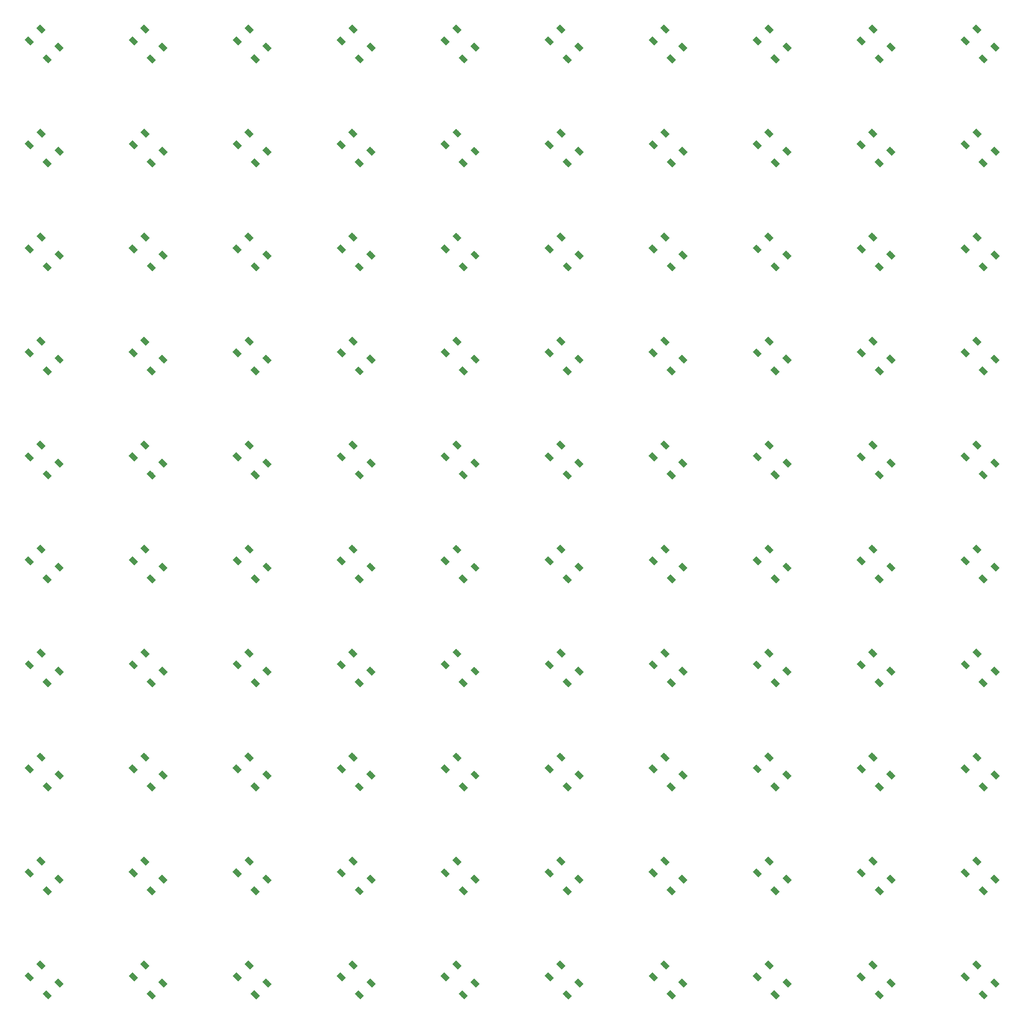
<source format=gbr>
G04 #@! TF.GenerationSoftware,KiCad,Pcbnew,5.0.0*
G04 #@! TF.CreationDate,2018-08-02T01:45:53+02:00*
G04 #@! TF.ProjectId,pentasquare,70656E74617371756172652E6B696361,rev?*
G04 #@! TF.SameCoordinates,Original*
G04 #@! TF.FileFunction,Paste,Top*
G04 #@! TF.FilePolarity,Positive*
%FSLAX46Y46*%
G04 Gerber Fmt 4.6, Leading zero omitted, Abs format (unit mm)*
G04 Created by KiCad (PCBNEW 5.0.0) date Thu Aug  2 01:45:53 2018*
%MOMM*%
%LPD*%
G01*
G04 APERTURE LIST*
%ADD10C,1.000000*%
%ADD11C,0.100000*%
G04 APERTURE END LIST*
D10*
G04 #@! TO.C,D100*
X205601041Y-207863782D03*
D11*
G36*
X206484924Y-208040559D02*
X205777818Y-208747665D01*
X204717158Y-207687005D01*
X205424264Y-206979899D01*
X206484924Y-208040559D01*
X206484924Y-208040559D01*
G37*
D10*
X207863782Y-205601041D03*
D11*
G36*
X208747665Y-205777818D02*
X208040559Y-206484924D01*
X206979899Y-205424264D01*
X207687005Y-204717158D01*
X208747665Y-205777818D01*
X208747665Y-205777818D01*
G37*
D10*
X202136218Y-204398959D03*
D11*
G36*
X203020101Y-204575736D02*
X202312995Y-205282842D01*
X201252335Y-204222182D01*
X201959441Y-203515076D01*
X203020101Y-204575736D01*
X203020101Y-204575736D01*
G37*
D10*
X204398959Y-202136218D03*
D11*
G36*
X205282842Y-202312995D02*
X204575736Y-203020101D01*
X203515076Y-201959441D01*
X204222182Y-201252335D01*
X205282842Y-202312995D01*
X205282842Y-202312995D01*
G37*
G04 #@! TD*
D10*
G04 #@! TO.C,D99*
X184398959Y-202136218D03*
D11*
G36*
X185282842Y-202312995D02*
X184575736Y-203020101D01*
X183515076Y-201959441D01*
X184222182Y-201252335D01*
X185282842Y-202312995D01*
X185282842Y-202312995D01*
G37*
D10*
X182136218Y-204398959D03*
D11*
G36*
X183020101Y-204575736D02*
X182312995Y-205282842D01*
X181252335Y-204222182D01*
X181959441Y-203515076D01*
X183020101Y-204575736D01*
X183020101Y-204575736D01*
G37*
D10*
X187863782Y-205601041D03*
D11*
G36*
X188747665Y-205777818D02*
X188040559Y-206484924D01*
X186979899Y-205424264D01*
X187687005Y-204717158D01*
X188747665Y-205777818D01*
X188747665Y-205777818D01*
G37*
D10*
X185601041Y-207863782D03*
D11*
G36*
X186484924Y-208040559D02*
X185777818Y-208747665D01*
X184717158Y-207687005D01*
X185424264Y-206979899D01*
X186484924Y-208040559D01*
X186484924Y-208040559D01*
G37*
G04 #@! TD*
D10*
G04 #@! TO.C,D98*
X165601041Y-207863782D03*
D11*
G36*
X166484924Y-208040559D02*
X165777818Y-208747665D01*
X164717158Y-207687005D01*
X165424264Y-206979899D01*
X166484924Y-208040559D01*
X166484924Y-208040559D01*
G37*
D10*
X167863782Y-205601041D03*
D11*
G36*
X168747665Y-205777818D02*
X168040559Y-206484924D01*
X166979899Y-205424264D01*
X167687005Y-204717158D01*
X168747665Y-205777818D01*
X168747665Y-205777818D01*
G37*
D10*
X162136218Y-204398959D03*
D11*
G36*
X163020101Y-204575736D02*
X162312995Y-205282842D01*
X161252335Y-204222182D01*
X161959441Y-203515076D01*
X163020101Y-204575736D01*
X163020101Y-204575736D01*
G37*
D10*
X164398959Y-202136218D03*
D11*
G36*
X165282842Y-202312995D02*
X164575736Y-203020101D01*
X163515076Y-201959441D01*
X164222182Y-201252335D01*
X165282842Y-202312995D01*
X165282842Y-202312995D01*
G37*
G04 #@! TD*
D10*
G04 #@! TO.C,D97*
X144398959Y-202136218D03*
D11*
G36*
X145282842Y-202312995D02*
X144575736Y-203020101D01*
X143515076Y-201959441D01*
X144222182Y-201252335D01*
X145282842Y-202312995D01*
X145282842Y-202312995D01*
G37*
D10*
X142136218Y-204398959D03*
D11*
G36*
X143020101Y-204575736D02*
X142312995Y-205282842D01*
X141252335Y-204222182D01*
X141959441Y-203515076D01*
X143020101Y-204575736D01*
X143020101Y-204575736D01*
G37*
D10*
X147863782Y-205601041D03*
D11*
G36*
X148747665Y-205777818D02*
X148040559Y-206484924D01*
X146979899Y-205424264D01*
X147687005Y-204717158D01*
X148747665Y-205777818D01*
X148747665Y-205777818D01*
G37*
D10*
X145601041Y-207863782D03*
D11*
G36*
X146484924Y-208040559D02*
X145777818Y-208747665D01*
X144717158Y-207687005D01*
X145424264Y-206979899D01*
X146484924Y-208040559D01*
X146484924Y-208040559D01*
G37*
G04 #@! TD*
D10*
G04 #@! TO.C,D96*
X125601041Y-207863782D03*
D11*
G36*
X126484924Y-208040559D02*
X125777818Y-208747665D01*
X124717158Y-207687005D01*
X125424264Y-206979899D01*
X126484924Y-208040559D01*
X126484924Y-208040559D01*
G37*
D10*
X127863782Y-205601041D03*
D11*
G36*
X128747665Y-205777818D02*
X128040559Y-206484924D01*
X126979899Y-205424264D01*
X127687005Y-204717158D01*
X128747665Y-205777818D01*
X128747665Y-205777818D01*
G37*
D10*
X122136218Y-204398959D03*
D11*
G36*
X123020101Y-204575736D02*
X122312995Y-205282842D01*
X121252335Y-204222182D01*
X121959441Y-203515076D01*
X123020101Y-204575736D01*
X123020101Y-204575736D01*
G37*
D10*
X124398959Y-202136218D03*
D11*
G36*
X125282842Y-202312995D02*
X124575736Y-203020101D01*
X123515076Y-201959441D01*
X124222182Y-201252335D01*
X125282842Y-202312995D01*
X125282842Y-202312995D01*
G37*
G04 #@! TD*
D10*
G04 #@! TO.C,D95*
X104398959Y-202136218D03*
D11*
G36*
X105282842Y-202312995D02*
X104575736Y-203020101D01*
X103515076Y-201959441D01*
X104222182Y-201252335D01*
X105282842Y-202312995D01*
X105282842Y-202312995D01*
G37*
D10*
X102136218Y-204398959D03*
D11*
G36*
X103020101Y-204575736D02*
X102312995Y-205282842D01*
X101252335Y-204222182D01*
X101959441Y-203515076D01*
X103020101Y-204575736D01*
X103020101Y-204575736D01*
G37*
D10*
X107863782Y-205601041D03*
D11*
G36*
X108747665Y-205777818D02*
X108040559Y-206484924D01*
X106979899Y-205424264D01*
X107687005Y-204717158D01*
X108747665Y-205777818D01*
X108747665Y-205777818D01*
G37*
D10*
X105601041Y-207863782D03*
D11*
G36*
X106484924Y-208040559D02*
X105777818Y-208747665D01*
X104717158Y-207687005D01*
X105424264Y-206979899D01*
X106484924Y-208040559D01*
X106484924Y-208040559D01*
G37*
G04 #@! TD*
D10*
G04 #@! TO.C,D94*
X85601041Y-207863782D03*
D11*
G36*
X86484924Y-208040559D02*
X85777818Y-208747665D01*
X84717158Y-207687005D01*
X85424264Y-206979899D01*
X86484924Y-208040559D01*
X86484924Y-208040559D01*
G37*
D10*
X87863782Y-205601041D03*
D11*
G36*
X88747665Y-205777818D02*
X88040559Y-206484924D01*
X86979899Y-205424264D01*
X87687005Y-204717158D01*
X88747665Y-205777818D01*
X88747665Y-205777818D01*
G37*
D10*
X82136218Y-204398959D03*
D11*
G36*
X83020101Y-204575736D02*
X82312995Y-205282842D01*
X81252335Y-204222182D01*
X81959441Y-203515076D01*
X83020101Y-204575736D01*
X83020101Y-204575736D01*
G37*
D10*
X84398959Y-202136218D03*
D11*
G36*
X85282842Y-202312995D02*
X84575736Y-203020101D01*
X83515076Y-201959441D01*
X84222182Y-201252335D01*
X85282842Y-202312995D01*
X85282842Y-202312995D01*
G37*
G04 #@! TD*
D10*
G04 #@! TO.C,D93*
X64398959Y-202136218D03*
D11*
G36*
X65282842Y-202312995D02*
X64575736Y-203020101D01*
X63515076Y-201959441D01*
X64222182Y-201252335D01*
X65282842Y-202312995D01*
X65282842Y-202312995D01*
G37*
D10*
X62136218Y-204398959D03*
D11*
G36*
X63020101Y-204575736D02*
X62312995Y-205282842D01*
X61252335Y-204222182D01*
X61959441Y-203515076D01*
X63020101Y-204575736D01*
X63020101Y-204575736D01*
G37*
D10*
X67863782Y-205601041D03*
D11*
G36*
X68747665Y-205777818D02*
X68040559Y-206484924D01*
X66979899Y-205424264D01*
X67687005Y-204717158D01*
X68747665Y-205777818D01*
X68747665Y-205777818D01*
G37*
D10*
X65601041Y-207863782D03*
D11*
G36*
X66484924Y-208040559D02*
X65777818Y-208747665D01*
X64717158Y-207687005D01*
X65424264Y-206979899D01*
X66484924Y-208040559D01*
X66484924Y-208040559D01*
G37*
G04 #@! TD*
D10*
G04 #@! TO.C,D92*
X45601041Y-207863782D03*
D11*
G36*
X46484924Y-208040559D02*
X45777818Y-208747665D01*
X44717158Y-207687005D01*
X45424264Y-206979899D01*
X46484924Y-208040559D01*
X46484924Y-208040559D01*
G37*
D10*
X47863782Y-205601041D03*
D11*
G36*
X48747665Y-205777818D02*
X48040559Y-206484924D01*
X46979899Y-205424264D01*
X47687005Y-204717158D01*
X48747665Y-205777818D01*
X48747665Y-205777818D01*
G37*
D10*
X42136218Y-204398959D03*
D11*
G36*
X43020101Y-204575736D02*
X42312995Y-205282842D01*
X41252335Y-204222182D01*
X41959441Y-203515076D01*
X43020101Y-204575736D01*
X43020101Y-204575736D01*
G37*
D10*
X44398959Y-202136218D03*
D11*
G36*
X45282842Y-202312995D02*
X44575736Y-203020101D01*
X43515076Y-201959441D01*
X44222182Y-201252335D01*
X45282842Y-202312995D01*
X45282842Y-202312995D01*
G37*
G04 #@! TD*
D10*
G04 #@! TO.C,D91*
X24398959Y-202136218D03*
D11*
G36*
X25282842Y-202312995D02*
X24575736Y-203020101D01*
X23515076Y-201959441D01*
X24222182Y-201252335D01*
X25282842Y-202312995D01*
X25282842Y-202312995D01*
G37*
D10*
X22136218Y-204398959D03*
D11*
G36*
X23020101Y-204575736D02*
X22312995Y-205282842D01*
X21252335Y-204222182D01*
X21959441Y-203515076D01*
X23020101Y-204575736D01*
X23020101Y-204575736D01*
G37*
D10*
X27863782Y-205601041D03*
D11*
G36*
X28747665Y-205777818D02*
X28040559Y-206484924D01*
X26979899Y-205424264D01*
X27687005Y-204717158D01*
X28747665Y-205777818D01*
X28747665Y-205777818D01*
G37*
D10*
X25601041Y-207863782D03*
D11*
G36*
X26484924Y-208040559D02*
X25777818Y-208747665D01*
X24717158Y-207687005D01*
X25424264Y-206979899D01*
X26484924Y-208040559D01*
X26484924Y-208040559D01*
G37*
G04 #@! TD*
D10*
G04 #@! TO.C,D90*
X205601041Y-187863782D03*
D11*
G36*
X206484924Y-188040559D02*
X205777818Y-188747665D01*
X204717158Y-187687005D01*
X205424264Y-186979899D01*
X206484924Y-188040559D01*
X206484924Y-188040559D01*
G37*
D10*
X207863782Y-185601041D03*
D11*
G36*
X208747665Y-185777818D02*
X208040559Y-186484924D01*
X206979899Y-185424264D01*
X207687005Y-184717158D01*
X208747665Y-185777818D01*
X208747665Y-185777818D01*
G37*
D10*
X202136218Y-184398959D03*
D11*
G36*
X203020101Y-184575736D02*
X202312995Y-185282842D01*
X201252335Y-184222182D01*
X201959441Y-183515076D01*
X203020101Y-184575736D01*
X203020101Y-184575736D01*
G37*
D10*
X204398959Y-182136218D03*
D11*
G36*
X205282842Y-182312995D02*
X204575736Y-183020101D01*
X203515076Y-181959441D01*
X204222182Y-181252335D01*
X205282842Y-182312995D01*
X205282842Y-182312995D01*
G37*
G04 #@! TD*
D10*
G04 #@! TO.C,D63*
X64398959Y-142136218D03*
D11*
G36*
X65282842Y-142312995D02*
X64575736Y-143020101D01*
X63515076Y-141959441D01*
X64222182Y-141252335D01*
X65282842Y-142312995D01*
X65282842Y-142312995D01*
G37*
D10*
X62136218Y-144398959D03*
D11*
G36*
X63020101Y-144575736D02*
X62312995Y-145282842D01*
X61252335Y-144222182D01*
X61959441Y-143515076D01*
X63020101Y-144575736D01*
X63020101Y-144575736D01*
G37*
D10*
X67863782Y-145601041D03*
D11*
G36*
X68747665Y-145777818D02*
X68040559Y-146484924D01*
X66979899Y-145424264D01*
X67687005Y-144717158D01*
X68747665Y-145777818D01*
X68747665Y-145777818D01*
G37*
D10*
X65601041Y-147863782D03*
D11*
G36*
X66484924Y-148040559D02*
X65777818Y-148747665D01*
X64717158Y-147687005D01*
X65424264Y-146979899D01*
X66484924Y-148040559D01*
X66484924Y-148040559D01*
G37*
G04 #@! TD*
D10*
G04 #@! TO.C,D51*
X25601041Y-127863782D03*
D11*
G36*
X26484924Y-128040559D02*
X25777818Y-128747665D01*
X24717158Y-127687005D01*
X25424264Y-126979899D01*
X26484924Y-128040559D01*
X26484924Y-128040559D01*
G37*
D10*
X27863782Y-125601041D03*
D11*
G36*
X28747665Y-125777818D02*
X28040559Y-126484924D01*
X26979899Y-125424264D01*
X27687005Y-124717158D01*
X28747665Y-125777818D01*
X28747665Y-125777818D01*
G37*
D10*
X22136218Y-124398959D03*
D11*
G36*
X23020101Y-124575736D02*
X22312995Y-125282842D01*
X21252335Y-124222182D01*
X21959441Y-123515076D01*
X23020101Y-124575736D01*
X23020101Y-124575736D01*
G37*
D10*
X24398959Y-122136218D03*
D11*
G36*
X25282842Y-122312995D02*
X24575736Y-123020101D01*
X23515076Y-121959441D01*
X24222182Y-121252335D01*
X25282842Y-122312995D01*
X25282842Y-122312995D01*
G37*
G04 #@! TD*
D10*
G04 #@! TO.C,D87*
X144398959Y-182136218D03*
D11*
G36*
X145282842Y-182312995D02*
X144575736Y-183020101D01*
X143515076Y-181959441D01*
X144222182Y-181252335D01*
X145282842Y-182312995D01*
X145282842Y-182312995D01*
G37*
D10*
X142136218Y-184398959D03*
D11*
G36*
X143020101Y-184575736D02*
X142312995Y-185282842D01*
X141252335Y-184222182D01*
X141959441Y-183515076D01*
X143020101Y-184575736D01*
X143020101Y-184575736D01*
G37*
D10*
X147863782Y-185601041D03*
D11*
G36*
X148747665Y-185777818D02*
X148040559Y-186484924D01*
X146979899Y-185424264D01*
X147687005Y-184717158D01*
X148747665Y-185777818D01*
X148747665Y-185777818D01*
G37*
D10*
X145601041Y-187863782D03*
D11*
G36*
X146484924Y-188040559D02*
X145777818Y-188747665D01*
X144717158Y-187687005D01*
X145424264Y-186979899D01*
X146484924Y-188040559D01*
X146484924Y-188040559D01*
G37*
G04 #@! TD*
D10*
G04 #@! TO.C,D86*
X125601041Y-187863782D03*
D11*
G36*
X126484924Y-188040559D02*
X125777818Y-188747665D01*
X124717158Y-187687005D01*
X125424264Y-186979899D01*
X126484924Y-188040559D01*
X126484924Y-188040559D01*
G37*
D10*
X127863782Y-185601041D03*
D11*
G36*
X128747665Y-185777818D02*
X128040559Y-186484924D01*
X126979899Y-185424264D01*
X127687005Y-184717158D01*
X128747665Y-185777818D01*
X128747665Y-185777818D01*
G37*
D10*
X122136218Y-184398959D03*
D11*
G36*
X123020101Y-184575736D02*
X122312995Y-185282842D01*
X121252335Y-184222182D01*
X121959441Y-183515076D01*
X123020101Y-184575736D01*
X123020101Y-184575736D01*
G37*
D10*
X124398959Y-182136218D03*
D11*
G36*
X125282842Y-182312995D02*
X124575736Y-183020101D01*
X123515076Y-181959441D01*
X124222182Y-181252335D01*
X125282842Y-182312995D01*
X125282842Y-182312995D01*
G37*
G04 #@! TD*
D10*
G04 #@! TO.C,D85*
X104398959Y-182136218D03*
D11*
G36*
X105282842Y-182312995D02*
X104575736Y-183020101D01*
X103515076Y-181959441D01*
X104222182Y-181252335D01*
X105282842Y-182312995D01*
X105282842Y-182312995D01*
G37*
D10*
X102136218Y-184398959D03*
D11*
G36*
X103020101Y-184575736D02*
X102312995Y-185282842D01*
X101252335Y-184222182D01*
X101959441Y-183515076D01*
X103020101Y-184575736D01*
X103020101Y-184575736D01*
G37*
D10*
X107863782Y-185601041D03*
D11*
G36*
X108747665Y-185777818D02*
X108040559Y-186484924D01*
X106979899Y-185424264D01*
X107687005Y-184717158D01*
X108747665Y-185777818D01*
X108747665Y-185777818D01*
G37*
D10*
X105601041Y-187863782D03*
D11*
G36*
X106484924Y-188040559D02*
X105777818Y-188747665D01*
X104717158Y-187687005D01*
X105424264Y-186979899D01*
X106484924Y-188040559D01*
X106484924Y-188040559D01*
G37*
G04 #@! TD*
D10*
G04 #@! TO.C,D84*
X85601041Y-187863782D03*
D11*
G36*
X86484924Y-188040559D02*
X85777818Y-188747665D01*
X84717158Y-187687005D01*
X85424264Y-186979899D01*
X86484924Y-188040559D01*
X86484924Y-188040559D01*
G37*
D10*
X87863782Y-185601041D03*
D11*
G36*
X88747665Y-185777818D02*
X88040559Y-186484924D01*
X86979899Y-185424264D01*
X87687005Y-184717158D01*
X88747665Y-185777818D01*
X88747665Y-185777818D01*
G37*
D10*
X82136218Y-184398959D03*
D11*
G36*
X83020101Y-184575736D02*
X82312995Y-185282842D01*
X81252335Y-184222182D01*
X81959441Y-183515076D01*
X83020101Y-184575736D01*
X83020101Y-184575736D01*
G37*
D10*
X84398959Y-182136218D03*
D11*
G36*
X85282842Y-182312995D02*
X84575736Y-183020101D01*
X83515076Y-181959441D01*
X84222182Y-181252335D01*
X85282842Y-182312995D01*
X85282842Y-182312995D01*
G37*
G04 #@! TD*
D10*
G04 #@! TO.C,D83*
X64398959Y-182136218D03*
D11*
G36*
X65282842Y-182312995D02*
X64575736Y-183020101D01*
X63515076Y-181959441D01*
X64222182Y-181252335D01*
X65282842Y-182312995D01*
X65282842Y-182312995D01*
G37*
D10*
X62136218Y-184398959D03*
D11*
G36*
X63020101Y-184575736D02*
X62312995Y-185282842D01*
X61252335Y-184222182D01*
X61959441Y-183515076D01*
X63020101Y-184575736D01*
X63020101Y-184575736D01*
G37*
D10*
X67863782Y-185601041D03*
D11*
G36*
X68747665Y-185777818D02*
X68040559Y-186484924D01*
X66979899Y-185424264D01*
X67687005Y-184717158D01*
X68747665Y-185777818D01*
X68747665Y-185777818D01*
G37*
D10*
X65601041Y-187863782D03*
D11*
G36*
X66484924Y-188040559D02*
X65777818Y-188747665D01*
X64717158Y-187687005D01*
X65424264Y-186979899D01*
X66484924Y-188040559D01*
X66484924Y-188040559D01*
G37*
G04 #@! TD*
D10*
G04 #@! TO.C,D82*
X45601041Y-187863782D03*
D11*
G36*
X46484924Y-188040559D02*
X45777818Y-188747665D01*
X44717158Y-187687005D01*
X45424264Y-186979899D01*
X46484924Y-188040559D01*
X46484924Y-188040559D01*
G37*
D10*
X47863782Y-185601041D03*
D11*
G36*
X48747665Y-185777818D02*
X48040559Y-186484924D01*
X46979899Y-185424264D01*
X47687005Y-184717158D01*
X48747665Y-185777818D01*
X48747665Y-185777818D01*
G37*
D10*
X42136218Y-184398959D03*
D11*
G36*
X43020101Y-184575736D02*
X42312995Y-185282842D01*
X41252335Y-184222182D01*
X41959441Y-183515076D01*
X43020101Y-184575736D01*
X43020101Y-184575736D01*
G37*
D10*
X44398959Y-182136218D03*
D11*
G36*
X45282842Y-182312995D02*
X44575736Y-183020101D01*
X43515076Y-181959441D01*
X44222182Y-181252335D01*
X45282842Y-182312995D01*
X45282842Y-182312995D01*
G37*
G04 #@! TD*
D10*
G04 #@! TO.C,D81*
X24398959Y-182136218D03*
D11*
G36*
X25282842Y-182312995D02*
X24575736Y-183020101D01*
X23515076Y-181959441D01*
X24222182Y-181252335D01*
X25282842Y-182312995D01*
X25282842Y-182312995D01*
G37*
D10*
X22136218Y-184398959D03*
D11*
G36*
X23020101Y-184575736D02*
X22312995Y-185282842D01*
X21252335Y-184222182D01*
X21959441Y-183515076D01*
X23020101Y-184575736D01*
X23020101Y-184575736D01*
G37*
D10*
X27863782Y-185601041D03*
D11*
G36*
X28747665Y-185777818D02*
X28040559Y-186484924D01*
X26979899Y-185424264D01*
X27687005Y-184717158D01*
X28747665Y-185777818D01*
X28747665Y-185777818D01*
G37*
D10*
X25601041Y-187863782D03*
D11*
G36*
X26484924Y-188040559D02*
X25777818Y-188747665D01*
X24717158Y-187687005D01*
X25424264Y-186979899D01*
X26484924Y-188040559D01*
X26484924Y-188040559D01*
G37*
G04 #@! TD*
D10*
G04 #@! TO.C,D80*
X205601041Y-167863782D03*
D11*
G36*
X206484924Y-168040559D02*
X205777818Y-168747665D01*
X204717158Y-167687005D01*
X205424264Y-166979899D01*
X206484924Y-168040559D01*
X206484924Y-168040559D01*
G37*
D10*
X207863782Y-165601041D03*
D11*
G36*
X208747665Y-165777818D02*
X208040559Y-166484924D01*
X206979899Y-165424264D01*
X207687005Y-164717158D01*
X208747665Y-165777818D01*
X208747665Y-165777818D01*
G37*
D10*
X202136218Y-164398959D03*
D11*
G36*
X203020101Y-164575736D02*
X202312995Y-165282842D01*
X201252335Y-164222182D01*
X201959441Y-163515076D01*
X203020101Y-164575736D01*
X203020101Y-164575736D01*
G37*
D10*
X204398959Y-162136218D03*
D11*
G36*
X205282842Y-162312995D02*
X204575736Y-163020101D01*
X203515076Y-161959441D01*
X204222182Y-161252335D01*
X205282842Y-162312995D01*
X205282842Y-162312995D01*
G37*
G04 #@! TD*
D10*
G04 #@! TO.C,D79*
X184398959Y-162136218D03*
D11*
G36*
X185282842Y-162312995D02*
X184575736Y-163020101D01*
X183515076Y-161959441D01*
X184222182Y-161252335D01*
X185282842Y-162312995D01*
X185282842Y-162312995D01*
G37*
D10*
X182136218Y-164398959D03*
D11*
G36*
X183020101Y-164575736D02*
X182312995Y-165282842D01*
X181252335Y-164222182D01*
X181959441Y-163515076D01*
X183020101Y-164575736D01*
X183020101Y-164575736D01*
G37*
D10*
X187863782Y-165601041D03*
D11*
G36*
X188747665Y-165777818D02*
X188040559Y-166484924D01*
X186979899Y-165424264D01*
X187687005Y-164717158D01*
X188747665Y-165777818D01*
X188747665Y-165777818D01*
G37*
D10*
X185601041Y-167863782D03*
D11*
G36*
X186484924Y-168040559D02*
X185777818Y-168747665D01*
X184717158Y-167687005D01*
X185424264Y-166979899D01*
X186484924Y-168040559D01*
X186484924Y-168040559D01*
G37*
G04 #@! TD*
D10*
G04 #@! TO.C,D78*
X165601041Y-167863782D03*
D11*
G36*
X166484924Y-168040559D02*
X165777818Y-168747665D01*
X164717158Y-167687005D01*
X165424264Y-166979899D01*
X166484924Y-168040559D01*
X166484924Y-168040559D01*
G37*
D10*
X167863782Y-165601041D03*
D11*
G36*
X168747665Y-165777818D02*
X168040559Y-166484924D01*
X166979899Y-165424264D01*
X167687005Y-164717158D01*
X168747665Y-165777818D01*
X168747665Y-165777818D01*
G37*
D10*
X162136218Y-164398959D03*
D11*
G36*
X163020101Y-164575736D02*
X162312995Y-165282842D01*
X161252335Y-164222182D01*
X161959441Y-163515076D01*
X163020101Y-164575736D01*
X163020101Y-164575736D01*
G37*
D10*
X164398959Y-162136218D03*
D11*
G36*
X165282842Y-162312995D02*
X164575736Y-163020101D01*
X163515076Y-161959441D01*
X164222182Y-161252335D01*
X165282842Y-162312995D01*
X165282842Y-162312995D01*
G37*
G04 #@! TD*
D10*
G04 #@! TO.C,D77*
X144398959Y-162136218D03*
D11*
G36*
X145282842Y-162312995D02*
X144575736Y-163020101D01*
X143515076Y-161959441D01*
X144222182Y-161252335D01*
X145282842Y-162312995D01*
X145282842Y-162312995D01*
G37*
D10*
X142136218Y-164398959D03*
D11*
G36*
X143020101Y-164575736D02*
X142312995Y-165282842D01*
X141252335Y-164222182D01*
X141959441Y-163515076D01*
X143020101Y-164575736D01*
X143020101Y-164575736D01*
G37*
D10*
X147863782Y-165601041D03*
D11*
G36*
X148747665Y-165777818D02*
X148040559Y-166484924D01*
X146979899Y-165424264D01*
X147687005Y-164717158D01*
X148747665Y-165777818D01*
X148747665Y-165777818D01*
G37*
D10*
X145601041Y-167863782D03*
D11*
G36*
X146484924Y-168040559D02*
X145777818Y-168747665D01*
X144717158Y-167687005D01*
X145424264Y-166979899D01*
X146484924Y-168040559D01*
X146484924Y-168040559D01*
G37*
G04 #@! TD*
D10*
G04 #@! TO.C,D89*
X185601041Y-187863782D03*
D11*
G36*
X186484924Y-188040559D02*
X185777818Y-188747665D01*
X184717158Y-187687005D01*
X185424264Y-186979899D01*
X186484924Y-188040559D01*
X186484924Y-188040559D01*
G37*
D10*
X187863782Y-185601041D03*
D11*
G36*
X188747665Y-185777818D02*
X188040559Y-186484924D01*
X186979899Y-185424264D01*
X187687005Y-184717158D01*
X188747665Y-185777818D01*
X188747665Y-185777818D01*
G37*
D10*
X182136218Y-184398959D03*
D11*
G36*
X183020101Y-184575736D02*
X182312995Y-185282842D01*
X181252335Y-184222182D01*
X181959441Y-183515076D01*
X183020101Y-184575736D01*
X183020101Y-184575736D01*
G37*
D10*
X184398959Y-182136218D03*
D11*
G36*
X185282842Y-182312995D02*
X184575736Y-183020101D01*
X183515076Y-181959441D01*
X184222182Y-181252335D01*
X185282842Y-182312995D01*
X185282842Y-182312995D01*
G37*
G04 #@! TD*
D10*
G04 #@! TO.C,D75*
X104398959Y-162136218D03*
D11*
G36*
X105282842Y-162312995D02*
X104575736Y-163020101D01*
X103515076Y-161959441D01*
X104222182Y-161252335D01*
X105282842Y-162312995D01*
X105282842Y-162312995D01*
G37*
D10*
X102136218Y-164398959D03*
D11*
G36*
X103020101Y-164575736D02*
X102312995Y-165282842D01*
X101252335Y-164222182D01*
X101959441Y-163515076D01*
X103020101Y-164575736D01*
X103020101Y-164575736D01*
G37*
D10*
X107863782Y-165601041D03*
D11*
G36*
X108747665Y-165777818D02*
X108040559Y-166484924D01*
X106979899Y-165424264D01*
X107687005Y-164717158D01*
X108747665Y-165777818D01*
X108747665Y-165777818D01*
G37*
D10*
X105601041Y-167863782D03*
D11*
G36*
X106484924Y-168040559D02*
X105777818Y-168747665D01*
X104717158Y-167687005D01*
X105424264Y-166979899D01*
X106484924Y-168040559D01*
X106484924Y-168040559D01*
G37*
G04 #@! TD*
D10*
G04 #@! TO.C,D74*
X85601041Y-167863782D03*
D11*
G36*
X86484924Y-168040559D02*
X85777818Y-168747665D01*
X84717158Y-167687005D01*
X85424264Y-166979899D01*
X86484924Y-168040559D01*
X86484924Y-168040559D01*
G37*
D10*
X87863782Y-165601041D03*
D11*
G36*
X88747665Y-165777818D02*
X88040559Y-166484924D01*
X86979899Y-165424264D01*
X87687005Y-164717158D01*
X88747665Y-165777818D01*
X88747665Y-165777818D01*
G37*
D10*
X82136218Y-164398959D03*
D11*
G36*
X83020101Y-164575736D02*
X82312995Y-165282842D01*
X81252335Y-164222182D01*
X81959441Y-163515076D01*
X83020101Y-164575736D01*
X83020101Y-164575736D01*
G37*
D10*
X84398959Y-162136218D03*
D11*
G36*
X85282842Y-162312995D02*
X84575736Y-163020101D01*
X83515076Y-161959441D01*
X84222182Y-161252335D01*
X85282842Y-162312995D01*
X85282842Y-162312995D01*
G37*
G04 #@! TD*
D10*
G04 #@! TO.C,D73*
X64398959Y-162136218D03*
D11*
G36*
X65282842Y-162312995D02*
X64575736Y-163020101D01*
X63515076Y-161959441D01*
X64222182Y-161252335D01*
X65282842Y-162312995D01*
X65282842Y-162312995D01*
G37*
D10*
X62136218Y-164398959D03*
D11*
G36*
X63020101Y-164575736D02*
X62312995Y-165282842D01*
X61252335Y-164222182D01*
X61959441Y-163515076D01*
X63020101Y-164575736D01*
X63020101Y-164575736D01*
G37*
D10*
X67863782Y-165601041D03*
D11*
G36*
X68747665Y-165777818D02*
X68040559Y-166484924D01*
X66979899Y-165424264D01*
X67687005Y-164717158D01*
X68747665Y-165777818D01*
X68747665Y-165777818D01*
G37*
D10*
X65601041Y-167863782D03*
D11*
G36*
X66484924Y-168040559D02*
X65777818Y-168747665D01*
X64717158Y-167687005D01*
X65424264Y-166979899D01*
X66484924Y-168040559D01*
X66484924Y-168040559D01*
G37*
G04 #@! TD*
D10*
G04 #@! TO.C,D72*
X45601041Y-167863782D03*
D11*
G36*
X46484924Y-168040559D02*
X45777818Y-168747665D01*
X44717158Y-167687005D01*
X45424264Y-166979899D01*
X46484924Y-168040559D01*
X46484924Y-168040559D01*
G37*
D10*
X47863782Y-165601041D03*
D11*
G36*
X48747665Y-165777818D02*
X48040559Y-166484924D01*
X46979899Y-165424264D01*
X47687005Y-164717158D01*
X48747665Y-165777818D01*
X48747665Y-165777818D01*
G37*
D10*
X42136218Y-164398959D03*
D11*
G36*
X43020101Y-164575736D02*
X42312995Y-165282842D01*
X41252335Y-164222182D01*
X41959441Y-163515076D01*
X43020101Y-164575736D01*
X43020101Y-164575736D01*
G37*
D10*
X44398959Y-162136218D03*
D11*
G36*
X45282842Y-162312995D02*
X44575736Y-163020101D01*
X43515076Y-161959441D01*
X44222182Y-161252335D01*
X45282842Y-162312995D01*
X45282842Y-162312995D01*
G37*
G04 #@! TD*
D10*
G04 #@! TO.C,D71*
X24398959Y-162136218D03*
D11*
G36*
X25282842Y-162312995D02*
X24575736Y-163020101D01*
X23515076Y-161959441D01*
X24222182Y-161252335D01*
X25282842Y-162312995D01*
X25282842Y-162312995D01*
G37*
D10*
X22136218Y-164398959D03*
D11*
G36*
X23020101Y-164575736D02*
X22312995Y-165282842D01*
X21252335Y-164222182D01*
X21959441Y-163515076D01*
X23020101Y-164575736D01*
X23020101Y-164575736D01*
G37*
D10*
X27863782Y-165601041D03*
D11*
G36*
X28747665Y-165777818D02*
X28040559Y-166484924D01*
X26979899Y-165424264D01*
X27687005Y-164717158D01*
X28747665Y-165777818D01*
X28747665Y-165777818D01*
G37*
D10*
X25601041Y-167863782D03*
D11*
G36*
X26484924Y-168040559D02*
X25777818Y-168747665D01*
X24717158Y-167687005D01*
X25424264Y-166979899D01*
X26484924Y-168040559D01*
X26484924Y-168040559D01*
G37*
G04 #@! TD*
D10*
G04 #@! TO.C,D70*
X205601041Y-147863782D03*
D11*
G36*
X206484924Y-148040559D02*
X205777818Y-148747665D01*
X204717158Y-147687005D01*
X205424264Y-146979899D01*
X206484924Y-148040559D01*
X206484924Y-148040559D01*
G37*
D10*
X207863782Y-145601041D03*
D11*
G36*
X208747665Y-145777818D02*
X208040559Y-146484924D01*
X206979899Y-145424264D01*
X207687005Y-144717158D01*
X208747665Y-145777818D01*
X208747665Y-145777818D01*
G37*
D10*
X202136218Y-144398959D03*
D11*
G36*
X203020101Y-144575736D02*
X202312995Y-145282842D01*
X201252335Y-144222182D01*
X201959441Y-143515076D01*
X203020101Y-144575736D01*
X203020101Y-144575736D01*
G37*
D10*
X204398959Y-142136218D03*
D11*
G36*
X205282842Y-142312995D02*
X204575736Y-143020101D01*
X203515076Y-141959441D01*
X204222182Y-141252335D01*
X205282842Y-142312995D01*
X205282842Y-142312995D01*
G37*
G04 #@! TD*
D10*
G04 #@! TO.C,D69*
X184398959Y-142136218D03*
D11*
G36*
X185282842Y-142312995D02*
X184575736Y-143020101D01*
X183515076Y-141959441D01*
X184222182Y-141252335D01*
X185282842Y-142312995D01*
X185282842Y-142312995D01*
G37*
D10*
X182136218Y-144398959D03*
D11*
G36*
X183020101Y-144575736D02*
X182312995Y-145282842D01*
X181252335Y-144222182D01*
X181959441Y-143515076D01*
X183020101Y-144575736D01*
X183020101Y-144575736D01*
G37*
D10*
X187863782Y-145601041D03*
D11*
G36*
X188747665Y-145777818D02*
X188040559Y-146484924D01*
X186979899Y-145424264D01*
X187687005Y-144717158D01*
X188747665Y-145777818D01*
X188747665Y-145777818D01*
G37*
D10*
X185601041Y-147863782D03*
D11*
G36*
X186484924Y-148040559D02*
X185777818Y-148747665D01*
X184717158Y-147687005D01*
X185424264Y-146979899D01*
X186484924Y-148040559D01*
X186484924Y-148040559D01*
G37*
G04 #@! TD*
D10*
G04 #@! TO.C,D68*
X165601041Y-147863782D03*
D11*
G36*
X166484924Y-148040559D02*
X165777818Y-148747665D01*
X164717158Y-147687005D01*
X165424264Y-146979899D01*
X166484924Y-148040559D01*
X166484924Y-148040559D01*
G37*
D10*
X167863782Y-145601041D03*
D11*
G36*
X168747665Y-145777818D02*
X168040559Y-146484924D01*
X166979899Y-145424264D01*
X167687005Y-144717158D01*
X168747665Y-145777818D01*
X168747665Y-145777818D01*
G37*
D10*
X162136218Y-144398959D03*
D11*
G36*
X163020101Y-144575736D02*
X162312995Y-145282842D01*
X161252335Y-144222182D01*
X161959441Y-143515076D01*
X163020101Y-144575736D01*
X163020101Y-144575736D01*
G37*
D10*
X164398959Y-142136218D03*
D11*
G36*
X165282842Y-142312995D02*
X164575736Y-143020101D01*
X163515076Y-141959441D01*
X164222182Y-141252335D01*
X165282842Y-142312995D01*
X165282842Y-142312995D01*
G37*
G04 #@! TD*
D10*
G04 #@! TO.C,D67*
X144398959Y-142136218D03*
D11*
G36*
X145282842Y-142312995D02*
X144575736Y-143020101D01*
X143515076Y-141959441D01*
X144222182Y-141252335D01*
X145282842Y-142312995D01*
X145282842Y-142312995D01*
G37*
D10*
X142136218Y-144398959D03*
D11*
G36*
X143020101Y-144575736D02*
X142312995Y-145282842D01*
X141252335Y-144222182D01*
X141959441Y-143515076D01*
X143020101Y-144575736D01*
X143020101Y-144575736D01*
G37*
D10*
X147863782Y-145601041D03*
D11*
G36*
X148747665Y-145777818D02*
X148040559Y-146484924D01*
X146979899Y-145424264D01*
X147687005Y-144717158D01*
X148747665Y-145777818D01*
X148747665Y-145777818D01*
G37*
D10*
X145601041Y-147863782D03*
D11*
G36*
X146484924Y-148040559D02*
X145777818Y-148747665D01*
X144717158Y-147687005D01*
X145424264Y-146979899D01*
X146484924Y-148040559D01*
X146484924Y-148040559D01*
G37*
G04 #@! TD*
D10*
G04 #@! TO.C,D66*
X125601041Y-147863782D03*
D11*
G36*
X126484924Y-148040559D02*
X125777818Y-148747665D01*
X124717158Y-147687005D01*
X125424264Y-146979899D01*
X126484924Y-148040559D01*
X126484924Y-148040559D01*
G37*
D10*
X127863782Y-145601041D03*
D11*
G36*
X128747665Y-145777818D02*
X128040559Y-146484924D01*
X126979899Y-145424264D01*
X127687005Y-144717158D01*
X128747665Y-145777818D01*
X128747665Y-145777818D01*
G37*
D10*
X122136218Y-144398959D03*
D11*
G36*
X123020101Y-144575736D02*
X122312995Y-145282842D01*
X121252335Y-144222182D01*
X121959441Y-143515076D01*
X123020101Y-144575736D01*
X123020101Y-144575736D01*
G37*
D10*
X124398959Y-142136218D03*
D11*
G36*
X125282842Y-142312995D02*
X124575736Y-143020101D01*
X123515076Y-141959441D01*
X124222182Y-141252335D01*
X125282842Y-142312995D01*
X125282842Y-142312995D01*
G37*
G04 #@! TD*
D10*
G04 #@! TO.C,D65*
X104398959Y-142136218D03*
D11*
G36*
X105282842Y-142312995D02*
X104575736Y-143020101D01*
X103515076Y-141959441D01*
X104222182Y-141252335D01*
X105282842Y-142312995D01*
X105282842Y-142312995D01*
G37*
D10*
X102136218Y-144398959D03*
D11*
G36*
X103020101Y-144575736D02*
X102312995Y-145282842D01*
X101252335Y-144222182D01*
X101959441Y-143515076D01*
X103020101Y-144575736D01*
X103020101Y-144575736D01*
G37*
D10*
X107863782Y-145601041D03*
D11*
G36*
X108747665Y-145777818D02*
X108040559Y-146484924D01*
X106979899Y-145424264D01*
X107687005Y-144717158D01*
X108747665Y-145777818D01*
X108747665Y-145777818D01*
G37*
D10*
X105601041Y-147863782D03*
D11*
G36*
X106484924Y-148040559D02*
X105777818Y-148747665D01*
X104717158Y-147687005D01*
X105424264Y-146979899D01*
X106484924Y-148040559D01*
X106484924Y-148040559D01*
G37*
G04 #@! TD*
D10*
G04 #@! TO.C,D88*
X165601041Y-187863782D03*
D11*
G36*
X166484924Y-188040559D02*
X165777818Y-188747665D01*
X164717158Y-187687005D01*
X165424264Y-186979899D01*
X166484924Y-188040559D01*
X166484924Y-188040559D01*
G37*
D10*
X167863782Y-185601041D03*
D11*
G36*
X168747665Y-185777818D02*
X168040559Y-186484924D01*
X166979899Y-185424264D01*
X167687005Y-184717158D01*
X168747665Y-185777818D01*
X168747665Y-185777818D01*
G37*
D10*
X162136218Y-184398959D03*
D11*
G36*
X163020101Y-184575736D02*
X162312995Y-185282842D01*
X161252335Y-184222182D01*
X161959441Y-183515076D01*
X163020101Y-184575736D01*
X163020101Y-184575736D01*
G37*
D10*
X164398959Y-182136218D03*
D11*
G36*
X165282842Y-182312995D02*
X164575736Y-183020101D01*
X163515076Y-181959441D01*
X164222182Y-181252335D01*
X165282842Y-182312995D01*
X165282842Y-182312995D01*
G37*
G04 #@! TD*
D10*
G04 #@! TO.C,D76*
X124398959Y-162136218D03*
D11*
G36*
X125282842Y-162312995D02*
X124575736Y-163020101D01*
X123515076Y-161959441D01*
X124222182Y-161252335D01*
X125282842Y-162312995D01*
X125282842Y-162312995D01*
G37*
D10*
X122136218Y-164398959D03*
D11*
G36*
X123020101Y-164575736D02*
X122312995Y-165282842D01*
X121252335Y-164222182D01*
X121959441Y-163515076D01*
X123020101Y-164575736D01*
X123020101Y-164575736D01*
G37*
D10*
X127863782Y-165601041D03*
D11*
G36*
X128747665Y-165777818D02*
X128040559Y-166484924D01*
X126979899Y-165424264D01*
X127687005Y-164717158D01*
X128747665Y-165777818D01*
X128747665Y-165777818D01*
G37*
D10*
X125601041Y-167863782D03*
D11*
G36*
X126484924Y-168040559D02*
X125777818Y-168747665D01*
X124717158Y-167687005D01*
X125424264Y-166979899D01*
X126484924Y-168040559D01*
X126484924Y-168040559D01*
G37*
G04 #@! TD*
D10*
G04 #@! TO.C,D62*
X45601041Y-147863782D03*
D11*
G36*
X46484924Y-148040559D02*
X45777818Y-148747665D01*
X44717158Y-147687005D01*
X45424264Y-146979899D01*
X46484924Y-148040559D01*
X46484924Y-148040559D01*
G37*
D10*
X47863782Y-145601041D03*
D11*
G36*
X48747665Y-145777818D02*
X48040559Y-146484924D01*
X46979899Y-145424264D01*
X47687005Y-144717158D01*
X48747665Y-145777818D01*
X48747665Y-145777818D01*
G37*
D10*
X42136218Y-144398959D03*
D11*
G36*
X43020101Y-144575736D02*
X42312995Y-145282842D01*
X41252335Y-144222182D01*
X41959441Y-143515076D01*
X43020101Y-144575736D01*
X43020101Y-144575736D01*
G37*
D10*
X44398959Y-142136218D03*
D11*
G36*
X45282842Y-142312995D02*
X44575736Y-143020101D01*
X43515076Y-141959441D01*
X44222182Y-141252335D01*
X45282842Y-142312995D01*
X45282842Y-142312995D01*
G37*
G04 #@! TD*
D10*
G04 #@! TO.C,D61*
X24398959Y-142136218D03*
D11*
G36*
X25282842Y-142312995D02*
X24575736Y-143020101D01*
X23515076Y-141959441D01*
X24222182Y-141252335D01*
X25282842Y-142312995D01*
X25282842Y-142312995D01*
G37*
D10*
X22136218Y-144398959D03*
D11*
G36*
X23020101Y-144575736D02*
X22312995Y-145282842D01*
X21252335Y-144222182D01*
X21959441Y-143515076D01*
X23020101Y-144575736D01*
X23020101Y-144575736D01*
G37*
D10*
X27863782Y-145601041D03*
D11*
G36*
X28747665Y-145777818D02*
X28040559Y-146484924D01*
X26979899Y-145424264D01*
X27687005Y-144717158D01*
X28747665Y-145777818D01*
X28747665Y-145777818D01*
G37*
D10*
X25601041Y-147863782D03*
D11*
G36*
X26484924Y-148040559D02*
X25777818Y-148747665D01*
X24717158Y-147687005D01*
X25424264Y-146979899D01*
X26484924Y-148040559D01*
X26484924Y-148040559D01*
G37*
G04 #@! TD*
D10*
G04 #@! TO.C,D60*
X205601041Y-127863782D03*
D11*
G36*
X206484924Y-128040559D02*
X205777818Y-128747665D01*
X204717158Y-127687005D01*
X205424264Y-126979899D01*
X206484924Y-128040559D01*
X206484924Y-128040559D01*
G37*
D10*
X207863782Y-125601041D03*
D11*
G36*
X208747665Y-125777818D02*
X208040559Y-126484924D01*
X206979899Y-125424264D01*
X207687005Y-124717158D01*
X208747665Y-125777818D01*
X208747665Y-125777818D01*
G37*
D10*
X202136218Y-124398959D03*
D11*
G36*
X203020101Y-124575736D02*
X202312995Y-125282842D01*
X201252335Y-124222182D01*
X201959441Y-123515076D01*
X203020101Y-124575736D01*
X203020101Y-124575736D01*
G37*
D10*
X204398959Y-122136218D03*
D11*
G36*
X205282842Y-122312995D02*
X204575736Y-123020101D01*
X203515076Y-121959441D01*
X204222182Y-121252335D01*
X205282842Y-122312995D01*
X205282842Y-122312995D01*
G37*
G04 #@! TD*
D10*
G04 #@! TO.C,D59*
X184398959Y-122136218D03*
D11*
G36*
X185282842Y-122312995D02*
X184575736Y-123020101D01*
X183515076Y-121959441D01*
X184222182Y-121252335D01*
X185282842Y-122312995D01*
X185282842Y-122312995D01*
G37*
D10*
X182136218Y-124398959D03*
D11*
G36*
X183020101Y-124575736D02*
X182312995Y-125282842D01*
X181252335Y-124222182D01*
X181959441Y-123515076D01*
X183020101Y-124575736D01*
X183020101Y-124575736D01*
G37*
D10*
X187863782Y-125601041D03*
D11*
G36*
X188747665Y-125777818D02*
X188040559Y-126484924D01*
X186979899Y-125424264D01*
X187687005Y-124717158D01*
X188747665Y-125777818D01*
X188747665Y-125777818D01*
G37*
D10*
X185601041Y-127863782D03*
D11*
G36*
X186484924Y-128040559D02*
X185777818Y-128747665D01*
X184717158Y-127687005D01*
X185424264Y-126979899D01*
X186484924Y-128040559D01*
X186484924Y-128040559D01*
G37*
G04 #@! TD*
D10*
G04 #@! TO.C,D58*
X165601041Y-127863782D03*
D11*
G36*
X166484924Y-128040559D02*
X165777818Y-128747665D01*
X164717158Y-127687005D01*
X165424264Y-126979899D01*
X166484924Y-128040559D01*
X166484924Y-128040559D01*
G37*
D10*
X167863782Y-125601041D03*
D11*
G36*
X168747665Y-125777818D02*
X168040559Y-126484924D01*
X166979899Y-125424264D01*
X167687005Y-124717158D01*
X168747665Y-125777818D01*
X168747665Y-125777818D01*
G37*
D10*
X162136218Y-124398959D03*
D11*
G36*
X163020101Y-124575736D02*
X162312995Y-125282842D01*
X161252335Y-124222182D01*
X161959441Y-123515076D01*
X163020101Y-124575736D01*
X163020101Y-124575736D01*
G37*
D10*
X164398959Y-122136218D03*
D11*
G36*
X165282842Y-122312995D02*
X164575736Y-123020101D01*
X163515076Y-121959441D01*
X164222182Y-121252335D01*
X165282842Y-122312995D01*
X165282842Y-122312995D01*
G37*
G04 #@! TD*
D10*
G04 #@! TO.C,D57*
X144398959Y-122136218D03*
D11*
G36*
X145282842Y-122312995D02*
X144575736Y-123020101D01*
X143515076Y-121959441D01*
X144222182Y-121252335D01*
X145282842Y-122312995D01*
X145282842Y-122312995D01*
G37*
D10*
X142136218Y-124398959D03*
D11*
G36*
X143020101Y-124575736D02*
X142312995Y-125282842D01*
X141252335Y-124222182D01*
X141959441Y-123515076D01*
X143020101Y-124575736D01*
X143020101Y-124575736D01*
G37*
D10*
X147863782Y-125601041D03*
D11*
G36*
X148747665Y-125777818D02*
X148040559Y-126484924D01*
X146979899Y-125424264D01*
X147687005Y-124717158D01*
X148747665Y-125777818D01*
X148747665Y-125777818D01*
G37*
D10*
X145601041Y-127863782D03*
D11*
G36*
X146484924Y-128040559D02*
X145777818Y-128747665D01*
X144717158Y-127687005D01*
X145424264Y-126979899D01*
X146484924Y-128040559D01*
X146484924Y-128040559D01*
G37*
G04 #@! TD*
D10*
G04 #@! TO.C,D56*
X125601041Y-127863782D03*
D11*
G36*
X126484924Y-128040559D02*
X125777818Y-128747665D01*
X124717158Y-127687005D01*
X125424264Y-126979899D01*
X126484924Y-128040559D01*
X126484924Y-128040559D01*
G37*
D10*
X127863782Y-125601041D03*
D11*
G36*
X128747665Y-125777818D02*
X128040559Y-126484924D01*
X126979899Y-125424264D01*
X127687005Y-124717158D01*
X128747665Y-125777818D01*
X128747665Y-125777818D01*
G37*
D10*
X122136218Y-124398959D03*
D11*
G36*
X123020101Y-124575736D02*
X122312995Y-125282842D01*
X121252335Y-124222182D01*
X121959441Y-123515076D01*
X123020101Y-124575736D01*
X123020101Y-124575736D01*
G37*
D10*
X124398959Y-122136218D03*
D11*
G36*
X125282842Y-122312995D02*
X124575736Y-123020101D01*
X123515076Y-121959441D01*
X124222182Y-121252335D01*
X125282842Y-122312995D01*
X125282842Y-122312995D01*
G37*
G04 #@! TD*
D10*
G04 #@! TO.C,D55*
X104398959Y-122136218D03*
D11*
G36*
X105282842Y-122312995D02*
X104575736Y-123020101D01*
X103515076Y-121959441D01*
X104222182Y-121252335D01*
X105282842Y-122312995D01*
X105282842Y-122312995D01*
G37*
D10*
X102136218Y-124398959D03*
D11*
G36*
X103020101Y-124575736D02*
X102312995Y-125282842D01*
X101252335Y-124222182D01*
X101959441Y-123515076D01*
X103020101Y-124575736D01*
X103020101Y-124575736D01*
G37*
D10*
X107863782Y-125601041D03*
D11*
G36*
X108747665Y-125777818D02*
X108040559Y-126484924D01*
X106979899Y-125424264D01*
X107687005Y-124717158D01*
X108747665Y-125777818D01*
X108747665Y-125777818D01*
G37*
D10*
X105601041Y-127863782D03*
D11*
G36*
X106484924Y-128040559D02*
X105777818Y-128747665D01*
X104717158Y-127687005D01*
X105424264Y-126979899D01*
X106484924Y-128040559D01*
X106484924Y-128040559D01*
G37*
G04 #@! TD*
D10*
G04 #@! TO.C,D54*
X85601041Y-127863782D03*
D11*
G36*
X86484924Y-128040559D02*
X85777818Y-128747665D01*
X84717158Y-127687005D01*
X85424264Y-126979899D01*
X86484924Y-128040559D01*
X86484924Y-128040559D01*
G37*
D10*
X87863782Y-125601041D03*
D11*
G36*
X88747665Y-125777818D02*
X88040559Y-126484924D01*
X86979899Y-125424264D01*
X87687005Y-124717158D01*
X88747665Y-125777818D01*
X88747665Y-125777818D01*
G37*
D10*
X82136218Y-124398959D03*
D11*
G36*
X83020101Y-124575736D02*
X82312995Y-125282842D01*
X81252335Y-124222182D01*
X81959441Y-123515076D01*
X83020101Y-124575736D01*
X83020101Y-124575736D01*
G37*
D10*
X84398959Y-122136218D03*
D11*
G36*
X85282842Y-122312995D02*
X84575736Y-123020101D01*
X83515076Y-121959441D01*
X84222182Y-121252335D01*
X85282842Y-122312995D01*
X85282842Y-122312995D01*
G37*
G04 #@! TD*
D10*
G04 #@! TO.C,D53*
X64398959Y-122136218D03*
D11*
G36*
X65282842Y-122312995D02*
X64575736Y-123020101D01*
X63515076Y-121959441D01*
X64222182Y-121252335D01*
X65282842Y-122312995D01*
X65282842Y-122312995D01*
G37*
D10*
X62136218Y-124398959D03*
D11*
G36*
X63020101Y-124575736D02*
X62312995Y-125282842D01*
X61252335Y-124222182D01*
X61959441Y-123515076D01*
X63020101Y-124575736D01*
X63020101Y-124575736D01*
G37*
D10*
X67863782Y-125601041D03*
D11*
G36*
X68747665Y-125777818D02*
X68040559Y-126484924D01*
X66979899Y-125424264D01*
X67687005Y-124717158D01*
X68747665Y-125777818D01*
X68747665Y-125777818D01*
G37*
D10*
X65601041Y-127863782D03*
D11*
G36*
X66484924Y-128040559D02*
X65777818Y-128747665D01*
X64717158Y-127687005D01*
X65424264Y-126979899D01*
X66484924Y-128040559D01*
X66484924Y-128040559D01*
G37*
G04 #@! TD*
D10*
G04 #@! TO.C,D52*
X45601041Y-127863782D03*
D11*
G36*
X46484924Y-128040559D02*
X45777818Y-128747665D01*
X44717158Y-127687005D01*
X45424264Y-126979899D01*
X46484924Y-128040559D01*
X46484924Y-128040559D01*
G37*
D10*
X47863782Y-125601041D03*
D11*
G36*
X48747665Y-125777818D02*
X48040559Y-126484924D01*
X46979899Y-125424264D01*
X47687005Y-124717158D01*
X48747665Y-125777818D01*
X48747665Y-125777818D01*
G37*
D10*
X42136218Y-124398959D03*
D11*
G36*
X43020101Y-124575736D02*
X42312995Y-125282842D01*
X41252335Y-124222182D01*
X41959441Y-123515076D01*
X43020101Y-124575736D01*
X43020101Y-124575736D01*
G37*
D10*
X44398959Y-122136218D03*
D11*
G36*
X45282842Y-122312995D02*
X44575736Y-123020101D01*
X43515076Y-121959441D01*
X44222182Y-121252335D01*
X45282842Y-122312995D01*
X45282842Y-122312995D01*
G37*
G04 #@! TD*
D10*
G04 #@! TO.C,D64*
X84398959Y-142136218D03*
D11*
G36*
X85282842Y-142312995D02*
X84575736Y-143020101D01*
X83515076Y-141959441D01*
X84222182Y-141252335D01*
X85282842Y-142312995D01*
X85282842Y-142312995D01*
G37*
D10*
X82136218Y-144398959D03*
D11*
G36*
X83020101Y-144575736D02*
X82312995Y-145282842D01*
X81252335Y-144222182D01*
X81959441Y-143515076D01*
X83020101Y-144575736D01*
X83020101Y-144575736D01*
G37*
D10*
X87863782Y-145601041D03*
D11*
G36*
X88747665Y-145777818D02*
X88040559Y-146484924D01*
X86979899Y-145424264D01*
X87687005Y-144717158D01*
X88747665Y-145777818D01*
X88747665Y-145777818D01*
G37*
D10*
X85601041Y-147863782D03*
D11*
G36*
X86484924Y-148040559D02*
X85777818Y-148747665D01*
X84717158Y-147687005D01*
X85424264Y-146979899D01*
X86484924Y-148040559D01*
X86484924Y-148040559D01*
G37*
G04 #@! TD*
D10*
G04 #@! TO.C,D50*
X205601041Y-107863782D03*
D11*
G36*
X206484924Y-108040559D02*
X205777818Y-108747665D01*
X204717158Y-107687005D01*
X205424264Y-106979899D01*
X206484924Y-108040559D01*
X206484924Y-108040559D01*
G37*
D10*
X207863782Y-105601041D03*
D11*
G36*
X208747665Y-105777818D02*
X208040559Y-106484924D01*
X206979899Y-105424264D01*
X207687005Y-104717158D01*
X208747665Y-105777818D01*
X208747665Y-105777818D01*
G37*
D10*
X202136218Y-104398959D03*
D11*
G36*
X203020101Y-104575736D02*
X202312995Y-105282842D01*
X201252335Y-104222182D01*
X201959441Y-103515076D01*
X203020101Y-104575736D01*
X203020101Y-104575736D01*
G37*
D10*
X204398959Y-102136218D03*
D11*
G36*
X205282842Y-102312995D02*
X204575736Y-103020101D01*
X203515076Y-101959441D01*
X204222182Y-101252335D01*
X205282842Y-102312995D01*
X205282842Y-102312995D01*
G37*
G04 #@! TD*
D10*
G04 #@! TO.C,D49*
X184398959Y-102136218D03*
D11*
G36*
X185282842Y-102312995D02*
X184575736Y-103020101D01*
X183515076Y-101959441D01*
X184222182Y-101252335D01*
X185282842Y-102312995D01*
X185282842Y-102312995D01*
G37*
D10*
X182136218Y-104398959D03*
D11*
G36*
X183020101Y-104575736D02*
X182312995Y-105282842D01*
X181252335Y-104222182D01*
X181959441Y-103515076D01*
X183020101Y-104575736D01*
X183020101Y-104575736D01*
G37*
D10*
X187863782Y-105601041D03*
D11*
G36*
X188747665Y-105777818D02*
X188040559Y-106484924D01*
X186979899Y-105424264D01*
X187687005Y-104717158D01*
X188747665Y-105777818D01*
X188747665Y-105777818D01*
G37*
D10*
X185601041Y-107863782D03*
D11*
G36*
X186484924Y-108040559D02*
X185777818Y-108747665D01*
X184717158Y-107687005D01*
X185424264Y-106979899D01*
X186484924Y-108040559D01*
X186484924Y-108040559D01*
G37*
G04 #@! TD*
D10*
G04 #@! TO.C,D48*
X165601041Y-107863782D03*
D11*
G36*
X166484924Y-108040559D02*
X165777818Y-108747665D01*
X164717158Y-107687005D01*
X165424264Y-106979899D01*
X166484924Y-108040559D01*
X166484924Y-108040559D01*
G37*
D10*
X167863782Y-105601041D03*
D11*
G36*
X168747665Y-105777818D02*
X168040559Y-106484924D01*
X166979899Y-105424264D01*
X167687005Y-104717158D01*
X168747665Y-105777818D01*
X168747665Y-105777818D01*
G37*
D10*
X162136218Y-104398959D03*
D11*
G36*
X163020101Y-104575736D02*
X162312995Y-105282842D01*
X161252335Y-104222182D01*
X161959441Y-103515076D01*
X163020101Y-104575736D01*
X163020101Y-104575736D01*
G37*
D10*
X164398959Y-102136218D03*
D11*
G36*
X165282842Y-102312995D02*
X164575736Y-103020101D01*
X163515076Y-101959441D01*
X164222182Y-101252335D01*
X165282842Y-102312995D01*
X165282842Y-102312995D01*
G37*
G04 #@! TD*
D10*
G04 #@! TO.C,D47*
X144398959Y-102136218D03*
D11*
G36*
X145282842Y-102312995D02*
X144575736Y-103020101D01*
X143515076Y-101959441D01*
X144222182Y-101252335D01*
X145282842Y-102312995D01*
X145282842Y-102312995D01*
G37*
D10*
X142136218Y-104398959D03*
D11*
G36*
X143020101Y-104575736D02*
X142312995Y-105282842D01*
X141252335Y-104222182D01*
X141959441Y-103515076D01*
X143020101Y-104575736D01*
X143020101Y-104575736D01*
G37*
D10*
X147863782Y-105601041D03*
D11*
G36*
X148747665Y-105777818D02*
X148040559Y-106484924D01*
X146979899Y-105424264D01*
X147687005Y-104717158D01*
X148747665Y-105777818D01*
X148747665Y-105777818D01*
G37*
D10*
X145601041Y-107863782D03*
D11*
G36*
X146484924Y-108040559D02*
X145777818Y-108747665D01*
X144717158Y-107687005D01*
X145424264Y-106979899D01*
X146484924Y-108040559D01*
X146484924Y-108040559D01*
G37*
G04 #@! TD*
D10*
G04 #@! TO.C,D46*
X125601041Y-107863782D03*
D11*
G36*
X126484924Y-108040559D02*
X125777818Y-108747665D01*
X124717158Y-107687005D01*
X125424264Y-106979899D01*
X126484924Y-108040559D01*
X126484924Y-108040559D01*
G37*
D10*
X127863782Y-105601041D03*
D11*
G36*
X128747665Y-105777818D02*
X128040559Y-106484924D01*
X126979899Y-105424264D01*
X127687005Y-104717158D01*
X128747665Y-105777818D01*
X128747665Y-105777818D01*
G37*
D10*
X122136218Y-104398959D03*
D11*
G36*
X123020101Y-104575736D02*
X122312995Y-105282842D01*
X121252335Y-104222182D01*
X121959441Y-103515076D01*
X123020101Y-104575736D01*
X123020101Y-104575736D01*
G37*
D10*
X124398959Y-102136218D03*
D11*
G36*
X125282842Y-102312995D02*
X124575736Y-103020101D01*
X123515076Y-101959441D01*
X124222182Y-101252335D01*
X125282842Y-102312995D01*
X125282842Y-102312995D01*
G37*
G04 #@! TD*
D10*
G04 #@! TO.C,D45*
X104398959Y-102136218D03*
D11*
G36*
X105282842Y-102312995D02*
X104575736Y-103020101D01*
X103515076Y-101959441D01*
X104222182Y-101252335D01*
X105282842Y-102312995D01*
X105282842Y-102312995D01*
G37*
D10*
X102136218Y-104398959D03*
D11*
G36*
X103020101Y-104575736D02*
X102312995Y-105282842D01*
X101252335Y-104222182D01*
X101959441Y-103515076D01*
X103020101Y-104575736D01*
X103020101Y-104575736D01*
G37*
D10*
X107863782Y-105601041D03*
D11*
G36*
X108747665Y-105777818D02*
X108040559Y-106484924D01*
X106979899Y-105424264D01*
X107687005Y-104717158D01*
X108747665Y-105777818D01*
X108747665Y-105777818D01*
G37*
D10*
X105601041Y-107863782D03*
D11*
G36*
X106484924Y-108040559D02*
X105777818Y-108747665D01*
X104717158Y-107687005D01*
X105424264Y-106979899D01*
X106484924Y-108040559D01*
X106484924Y-108040559D01*
G37*
G04 #@! TD*
D10*
G04 #@! TO.C,D44*
X85601041Y-107863782D03*
D11*
G36*
X86484924Y-108040559D02*
X85777818Y-108747665D01*
X84717158Y-107687005D01*
X85424264Y-106979899D01*
X86484924Y-108040559D01*
X86484924Y-108040559D01*
G37*
D10*
X87863782Y-105601041D03*
D11*
G36*
X88747665Y-105777818D02*
X88040559Y-106484924D01*
X86979899Y-105424264D01*
X87687005Y-104717158D01*
X88747665Y-105777818D01*
X88747665Y-105777818D01*
G37*
D10*
X82136218Y-104398959D03*
D11*
G36*
X83020101Y-104575736D02*
X82312995Y-105282842D01*
X81252335Y-104222182D01*
X81959441Y-103515076D01*
X83020101Y-104575736D01*
X83020101Y-104575736D01*
G37*
D10*
X84398959Y-102136218D03*
D11*
G36*
X85282842Y-102312995D02*
X84575736Y-103020101D01*
X83515076Y-101959441D01*
X84222182Y-101252335D01*
X85282842Y-102312995D01*
X85282842Y-102312995D01*
G37*
G04 #@! TD*
D10*
G04 #@! TO.C,D43*
X64398959Y-102136218D03*
D11*
G36*
X65282842Y-102312995D02*
X64575736Y-103020101D01*
X63515076Y-101959441D01*
X64222182Y-101252335D01*
X65282842Y-102312995D01*
X65282842Y-102312995D01*
G37*
D10*
X62136218Y-104398959D03*
D11*
G36*
X63020101Y-104575736D02*
X62312995Y-105282842D01*
X61252335Y-104222182D01*
X61959441Y-103515076D01*
X63020101Y-104575736D01*
X63020101Y-104575736D01*
G37*
D10*
X67863782Y-105601041D03*
D11*
G36*
X68747665Y-105777818D02*
X68040559Y-106484924D01*
X66979899Y-105424264D01*
X67687005Y-104717158D01*
X68747665Y-105777818D01*
X68747665Y-105777818D01*
G37*
D10*
X65601041Y-107863782D03*
D11*
G36*
X66484924Y-108040559D02*
X65777818Y-108747665D01*
X64717158Y-107687005D01*
X65424264Y-106979899D01*
X66484924Y-108040559D01*
X66484924Y-108040559D01*
G37*
G04 #@! TD*
D10*
G04 #@! TO.C,D42*
X45601041Y-107863782D03*
D11*
G36*
X46484924Y-108040559D02*
X45777818Y-108747665D01*
X44717158Y-107687005D01*
X45424264Y-106979899D01*
X46484924Y-108040559D01*
X46484924Y-108040559D01*
G37*
D10*
X47863782Y-105601041D03*
D11*
G36*
X48747665Y-105777818D02*
X48040559Y-106484924D01*
X46979899Y-105424264D01*
X47687005Y-104717158D01*
X48747665Y-105777818D01*
X48747665Y-105777818D01*
G37*
D10*
X42136218Y-104398959D03*
D11*
G36*
X43020101Y-104575736D02*
X42312995Y-105282842D01*
X41252335Y-104222182D01*
X41959441Y-103515076D01*
X43020101Y-104575736D01*
X43020101Y-104575736D01*
G37*
D10*
X44398959Y-102136218D03*
D11*
G36*
X45282842Y-102312995D02*
X44575736Y-103020101D01*
X43515076Y-101959441D01*
X44222182Y-101252335D01*
X45282842Y-102312995D01*
X45282842Y-102312995D01*
G37*
G04 #@! TD*
D10*
G04 #@! TO.C,D41*
X24398959Y-102136218D03*
D11*
G36*
X25282842Y-102312995D02*
X24575736Y-103020101D01*
X23515076Y-101959441D01*
X24222182Y-101252335D01*
X25282842Y-102312995D01*
X25282842Y-102312995D01*
G37*
D10*
X22136218Y-104398959D03*
D11*
G36*
X23020101Y-104575736D02*
X22312995Y-105282842D01*
X21252335Y-104222182D01*
X21959441Y-103515076D01*
X23020101Y-104575736D01*
X23020101Y-104575736D01*
G37*
D10*
X27863782Y-105601041D03*
D11*
G36*
X28747665Y-105777818D02*
X28040559Y-106484924D01*
X26979899Y-105424264D01*
X27687005Y-104717158D01*
X28747665Y-105777818D01*
X28747665Y-105777818D01*
G37*
D10*
X25601041Y-107863782D03*
D11*
G36*
X26484924Y-108040559D02*
X25777818Y-108747665D01*
X24717158Y-107687005D01*
X25424264Y-106979899D01*
X26484924Y-108040559D01*
X26484924Y-108040559D01*
G37*
G04 #@! TD*
D10*
G04 #@! TO.C,D40*
X205601041Y-87863782D03*
D11*
G36*
X206484924Y-88040559D02*
X205777818Y-88747665D01*
X204717158Y-87687005D01*
X205424264Y-86979899D01*
X206484924Y-88040559D01*
X206484924Y-88040559D01*
G37*
D10*
X207863782Y-85601041D03*
D11*
G36*
X208747665Y-85777818D02*
X208040559Y-86484924D01*
X206979899Y-85424264D01*
X207687005Y-84717158D01*
X208747665Y-85777818D01*
X208747665Y-85777818D01*
G37*
D10*
X202136218Y-84398959D03*
D11*
G36*
X203020101Y-84575736D02*
X202312995Y-85282842D01*
X201252335Y-84222182D01*
X201959441Y-83515076D01*
X203020101Y-84575736D01*
X203020101Y-84575736D01*
G37*
D10*
X204398959Y-82136218D03*
D11*
G36*
X205282842Y-82312995D02*
X204575736Y-83020101D01*
X203515076Y-81959441D01*
X204222182Y-81252335D01*
X205282842Y-82312995D01*
X205282842Y-82312995D01*
G37*
G04 #@! TD*
D10*
G04 #@! TO.C,D13*
X64398959Y-42136218D03*
D11*
G36*
X65282842Y-42312995D02*
X64575736Y-43020101D01*
X63515076Y-41959441D01*
X64222182Y-41252335D01*
X65282842Y-42312995D01*
X65282842Y-42312995D01*
G37*
D10*
X62136218Y-44398959D03*
D11*
G36*
X63020101Y-44575736D02*
X62312995Y-45282842D01*
X61252335Y-44222182D01*
X61959441Y-43515076D01*
X63020101Y-44575736D01*
X63020101Y-44575736D01*
G37*
D10*
X67863782Y-45601041D03*
D11*
G36*
X68747665Y-45777818D02*
X68040559Y-46484924D01*
X66979899Y-45424264D01*
X67687005Y-44717158D01*
X68747665Y-45777818D01*
X68747665Y-45777818D01*
G37*
D10*
X65601041Y-47863782D03*
D11*
G36*
X66484924Y-48040559D02*
X65777818Y-48747665D01*
X64717158Y-47687005D01*
X65424264Y-46979899D01*
X66484924Y-48040559D01*
X66484924Y-48040559D01*
G37*
G04 #@! TD*
D10*
G04 #@! TO.C,D1*
X25601041Y-27863782D03*
D11*
G36*
X26484924Y-28040559D02*
X25777818Y-28747665D01*
X24717158Y-27687005D01*
X25424264Y-26979899D01*
X26484924Y-28040559D01*
X26484924Y-28040559D01*
G37*
D10*
X27863782Y-25601041D03*
D11*
G36*
X28747665Y-25777818D02*
X28040559Y-26484924D01*
X26979899Y-25424264D01*
X27687005Y-24717158D01*
X28747665Y-25777818D01*
X28747665Y-25777818D01*
G37*
D10*
X22136218Y-24398959D03*
D11*
G36*
X23020101Y-24575736D02*
X22312995Y-25282842D01*
X21252335Y-24222182D01*
X21959441Y-23515076D01*
X23020101Y-24575736D01*
X23020101Y-24575736D01*
G37*
D10*
X24398959Y-22136218D03*
D11*
G36*
X25282842Y-22312995D02*
X24575736Y-23020101D01*
X23515076Y-21959441D01*
X24222182Y-21252335D01*
X25282842Y-22312995D01*
X25282842Y-22312995D01*
G37*
G04 #@! TD*
D10*
G04 #@! TO.C,D37*
X144398959Y-82136218D03*
D11*
G36*
X145282842Y-82312995D02*
X144575736Y-83020101D01*
X143515076Y-81959441D01*
X144222182Y-81252335D01*
X145282842Y-82312995D01*
X145282842Y-82312995D01*
G37*
D10*
X142136218Y-84398959D03*
D11*
G36*
X143020101Y-84575736D02*
X142312995Y-85282842D01*
X141252335Y-84222182D01*
X141959441Y-83515076D01*
X143020101Y-84575736D01*
X143020101Y-84575736D01*
G37*
D10*
X147863782Y-85601041D03*
D11*
G36*
X148747665Y-85777818D02*
X148040559Y-86484924D01*
X146979899Y-85424264D01*
X147687005Y-84717158D01*
X148747665Y-85777818D01*
X148747665Y-85777818D01*
G37*
D10*
X145601041Y-87863782D03*
D11*
G36*
X146484924Y-88040559D02*
X145777818Y-88747665D01*
X144717158Y-87687005D01*
X145424264Y-86979899D01*
X146484924Y-88040559D01*
X146484924Y-88040559D01*
G37*
G04 #@! TD*
D10*
G04 #@! TO.C,D36*
X125601041Y-87863782D03*
D11*
G36*
X126484924Y-88040559D02*
X125777818Y-88747665D01*
X124717158Y-87687005D01*
X125424264Y-86979899D01*
X126484924Y-88040559D01*
X126484924Y-88040559D01*
G37*
D10*
X127863782Y-85601041D03*
D11*
G36*
X128747665Y-85777818D02*
X128040559Y-86484924D01*
X126979899Y-85424264D01*
X127687005Y-84717158D01*
X128747665Y-85777818D01*
X128747665Y-85777818D01*
G37*
D10*
X122136218Y-84398959D03*
D11*
G36*
X123020101Y-84575736D02*
X122312995Y-85282842D01*
X121252335Y-84222182D01*
X121959441Y-83515076D01*
X123020101Y-84575736D01*
X123020101Y-84575736D01*
G37*
D10*
X124398959Y-82136218D03*
D11*
G36*
X125282842Y-82312995D02*
X124575736Y-83020101D01*
X123515076Y-81959441D01*
X124222182Y-81252335D01*
X125282842Y-82312995D01*
X125282842Y-82312995D01*
G37*
G04 #@! TD*
D10*
G04 #@! TO.C,D35*
X104398959Y-82136218D03*
D11*
G36*
X105282842Y-82312995D02*
X104575736Y-83020101D01*
X103515076Y-81959441D01*
X104222182Y-81252335D01*
X105282842Y-82312995D01*
X105282842Y-82312995D01*
G37*
D10*
X102136218Y-84398959D03*
D11*
G36*
X103020101Y-84575736D02*
X102312995Y-85282842D01*
X101252335Y-84222182D01*
X101959441Y-83515076D01*
X103020101Y-84575736D01*
X103020101Y-84575736D01*
G37*
D10*
X107863782Y-85601041D03*
D11*
G36*
X108747665Y-85777818D02*
X108040559Y-86484924D01*
X106979899Y-85424264D01*
X107687005Y-84717158D01*
X108747665Y-85777818D01*
X108747665Y-85777818D01*
G37*
D10*
X105601041Y-87863782D03*
D11*
G36*
X106484924Y-88040559D02*
X105777818Y-88747665D01*
X104717158Y-87687005D01*
X105424264Y-86979899D01*
X106484924Y-88040559D01*
X106484924Y-88040559D01*
G37*
G04 #@! TD*
D10*
G04 #@! TO.C,D34*
X85601041Y-87863782D03*
D11*
G36*
X86484924Y-88040559D02*
X85777818Y-88747665D01*
X84717158Y-87687005D01*
X85424264Y-86979899D01*
X86484924Y-88040559D01*
X86484924Y-88040559D01*
G37*
D10*
X87863782Y-85601041D03*
D11*
G36*
X88747665Y-85777818D02*
X88040559Y-86484924D01*
X86979899Y-85424264D01*
X87687005Y-84717158D01*
X88747665Y-85777818D01*
X88747665Y-85777818D01*
G37*
D10*
X82136218Y-84398959D03*
D11*
G36*
X83020101Y-84575736D02*
X82312995Y-85282842D01*
X81252335Y-84222182D01*
X81959441Y-83515076D01*
X83020101Y-84575736D01*
X83020101Y-84575736D01*
G37*
D10*
X84398959Y-82136218D03*
D11*
G36*
X85282842Y-82312995D02*
X84575736Y-83020101D01*
X83515076Y-81959441D01*
X84222182Y-81252335D01*
X85282842Y-82312995D01*
X85282842Y-82312995D01*
G37*
G04 #@! TD*
D10*
G04 #@! TO.C,D33*
X64398959Y-82136218D03*
D11*
G36*
X65282842Y-82312995D02*
X64575736Y-83020101D01*
X63515076Y-81959441D01*
X64222182Y-81252335D01*
X65282842Y-82312995D01*
X65282842Y-82312995D01*
G37*
D10*
X62136218Y-84398959D03*
D11*
G36*
X63020101Y-84575736D02*
X62312995Y-85282842D01*
X61252335Y-84222182D01*
X61959441Y-83515076D01*
X63020101Y-84575736D01*
X63020101Y-84575736D01*
G37*
D10*
X67863782Y-85601041D03*
D11*
G36*
X68747665Y-85777818D02*
X68040559Y-86484924D01*
X66979899Y-85424264D01*
X67687005Y-84717158D01*
X68747665Y-85777818D01*
X68747665Y-85777818D01*
G37*
D10*
X65601041Y-87863782D03*
D11*
G36*
X66484924Y-88040559D02*
X65777818Y-88747665D01*
X64717158Y-87687005D01*
X65424264Y-86979899D01*
X66484924Y-88040559D01*
X66484924Y-88040559D01*
G37*
G04 #@! TD*
D10*
G04 #@! TO.C,D32*
X45601041Y-87863782D03*
D11*
G36*
X46484924Y-88040559D02*
X45777818Y-88747665D01*
X44717158Y-87687005D01*
X45424264Y-86979899D01*
X46484924Y-88040559D01*
X46484924Y-88040559D01*
G37*
D10*
X47863782Y-85601041D03*
D11*
G36*
X48747665Y-85777818D02*
X48040559Y-86484924D01*
X46979899Y-85424264D01*
X47687005Y-84717158D01*
X48747665Y-85777818D01*
X48747665Y-85777818D01*
G37*
D10*
X42136218Y-84398959D03*
D11*
G36*
X43020101Y-84575736D02*
X42312995Y-85282842D01*
X41252335Y-84222182D01*
X41959441Y-83515076D01*
X43020101Y-84575736D01*
X43020101Y-84575736D01*
G37*
D10*
X44398959Y-82136218D03*
D11*
G36*
X45282842Y-82312995D02*
X44575736Y-83020101D01*
X43515076Y-81959441D01*
X44222182Y-81252335D01*
X45282842Y-82312995D01*
X45282842Y-82312995D01*
G37*
G04 #@! TD*
D10*
G04 #@! TO.C,D31*
X24398959Y-82136218D03*
D11*
G36*
X25282842Y-82312995D02*
X24575736Y-83020101D01*
X23515076Y-81959441D01*
X24222182Y-81252335D01*
X25282842Y-82312995D01*
X25282842Y-82312995D01*
G37*
D10*
X22136218Y-84398959D03*
D11*
G36*
X23020101Y-84575736D02*
X22312995Y-85282842D01*
X21252335Y-84222182D01*
X21959441Y-83515076D01*
X23020101Y-84575736D01*
X23020101Y-84575736D01*
G37*
D10*
X27863782Y-85601041D03*
D11*
G36*
X28747665Y-85777818D02*
X28040559Y-86484924D01*
X26979899Y-85424264D01*
X27687005Y-84717158D01*
X28747665Y-85777818D01*
X28747665Y-85777818D01*
G37*
D10*
X25601041Y-87863782D03*
D11*
G36*
X26484924Y-88040559D02*
X25777818Y-88747665D01*
X24717158Y-87687005D01*
X25424264Y-86979899D01*
X26484924Y-88040559D01*
X26484924Y-88040559D01*
G37*
G04 #@! TD*
D10*
G04 #@! TO.C,D30*
X205601041Y-67863782D03*
D11*
G36*
X206484924Y-68040559D02*
X205777818Y-68747665D01*
X204717158Y-67687005D01*
X205424264Y-66979899D01*
X206484924Y-68040559D01*
X206484924Y-68040559D01*
G37*
D10*
X207863782Y-65601041D03*
D11*
G36*
X208747665Y-65777818D02*
X208040559Y-66484924D01*
X206979899Y-65424264D01*
X207687005Y-64717158D01*
X208747665Y-65777818D01*
X208747665Y-65777818D01*
G37*
D10*
X202136218Y-64398959D03*
D11*
G36*
X203020101Y-64575736D02*
X202312995Y-65282842D01*
X201252335Y-64222182D01*
X201959441Y-63515076D01*
X203020101Y-64575736D01*
X203020101Y-64575736D01*
G37*
D10*
X204398959Y-62136218D03*
D11*
G36*
X205282842Y-62312995D02*
X204575736Y-63020101D01*
X203515076Y-61959441D01*
X204222182Y-61252335D01*
X205282842Y-62312995D01*
X205282842Y-62312995D01*
G37*
G04 #@! TD*
D10*
G04 #@! TO.C,D29*
X184398959Y-62136218D03*
D11*
G36*
X185282842Y-62312995D02*
X184575736Y-63020101D01*
X183515076Y-61959441D01*
X184222182Y-61252335D01*
X185282842Y-62312995D01*
X185282842Y-62312995D01*
G37*
D10*
X182136218Y-64398959D03*
D11*
G36*
X183020101Y-64575736D02*
X182312995Y-65282842D01*
X181252335Y-64222182D01*
X181959441Y-63515076D01*
X183020101Y-64575736D01*
X183020101Y-64575736D01*
G37*
D10*
X187863782Y-65601041D03*
D11*
G36*
X188747665Y-65777818D02*
X188040559Y-66484924D01*
X186979899Y-65424264D01*
X187687005Y-64717158D01*
X188747665Y-65777818D01*
X188747665Y-65777818D01*
G37*
D10*
X185601041Y-67863782D03*
D11*
G36*
X186484924Y-68040559D02*
X185777818Y-68747665D01*
X184717158Y-67687005D01*
X185424264Y-66979899D01*
X186484924Y-68040559D01*
X186484924Y-68040559D01*
G37*
G04 #@! TD*
D10*
G04 #@! TO.C,D28*
X165601041Y-67863782D03*
D11*
G36*
X166484924Y-68040559D02*
X165777818Y-68747665D01*
X164717158Y-67687005D01*
X165424264Y-66979899D01*
X166484924Y-68040559D01*
X166484924Y-68040559D01*
G37*
D10*
X167863782Y-65601041D03*
D11*
G36*
X168747665Y-65777818D02*
X168040559Y-66484924D01*
X166979899Y-65424264D01*
X167687005Y-64717158D01*
X168747665Y-65777818D01*
X168747665Y-65777818D01*
G37*
D10*
X162136218Y-64398959D03*
D11*
G36*
X163020101Y-64575736D02*
X162312995Y-65282842D01*
X161252335Y-64222182D01*
X161959441Y-63515076D01*
X163020101Y-64575736D01*
X163020101Y-64575736D01*
G37*
D10*
X164398959Y-62136218D03*
D11*
G36*
X165282842Y-62312995D02*
X164575736Y-63020101D01*
X163515076Y-61959441D01*
X164222182Y-61252335D01*
X165282842Y-62312995D01*
X165282842Y-62312995D01*
G37*
G04 #@! TD*
D10*
G04 #@! TO.C,D27*
X144398959Y-62136218D03*
D11*
G36*
X145282842Y-62312995D02*
X144575736Y-63020101D01*
X143515076Y-61959441D01*
X144222182Y-61252335D01*
X145282842Y-62312995D01*
X145282842Y-62312995D01*
G37*
D10*
X142136218Y-64398959D03*
D11*
G36*
X143020101Y-64575736D02*
X142312995Y-65282842D01*
X141252335Y-64222182D01*
X141959441Y-63515076D01*
X143020101Y-64575736D01*
X143020101Y-64575736D01*
G37*
D10*
X147863782Y-65601041D03*
D11*
G36*
X148747665Y-65777818D02*
X148040559Y-66484924D01*
X146979899Y-65424264D01*
X147687005Y-64717158D01*
X148747665Y-65777818D01*
X148747665Y-65777818D01*
G37*
D10*
X145601041Y-67863782D03*
D11*
G36*
X146484924Y-68040559D02*
X145777818Y-68747665D01*
X144717158Y-67687005D01*
X145424264Y-66979899D01*
X146484924Y-68040559D01*
X146484924Y-68040559D01*
G37*
G04 #@! TD*
D10*
G04 #@! TO.C,D39*
X185601041Y-87863782D03*
D11*
G36*
X186484924Y-88040559D02*
X185777818Y-88747665D01*
X184717158Y-87687005D01*
X185424264Y-86979899D01*
X186484924Y-88040559D01*
X186484924Y-88040559D01*
G37*
D10*
X187863782Y-85601041D03*
D11*
G36*
X188747665Y-85777818D02*
X188040559Y-86484924D01*
X186979899Y-85424264D01*
X187687005Y-84717158D01*
X188747665Y-85777818D01*
X188747665Y-85777818D01*
G37*
D10*
X182136218Y-84398959D03*
D11*
G36*
X183020101Y-84575736D02*
X182312995Y-85282842D01*
X181252335Y-84222182D01*
X181959441Y-83515076D01*
X183020101Y-84575736D01*
X183020101Y-84575736D01*
G37*
D10*
X184398959Y-82136218D03*
D11*
G36*
X185282842Y-82312995D02*
X184575736Y-83020101D01*
X183515076Y-81959441D01*
X184222182Y-81252335D01*
X185282842Y-82312995D01*
X185282842Y-82312995D01*
G37*
G04 #@! TD*
D10*
G04 #@! TO.C,D25*
X104398959Y-62136218D03*
D11*
G36*
X105282842Y-62312995D02*
X104575736Y-63020101D01*
X103515076Y-61959441D01*
X104222182Y-61252335D01*
X105282842Y-62312995D01*
X105282842Y-62312995D01*
G37*
D10*
X102136218Y-64398959D03*
D11*
G36*
X103020101Y-64575736D02*
X102312995Y-65282842D01*
X101252335Y-64222182D01*
X101959441Y-63515076D01*
X103020101Y-64575736D01*
X103020101Y-64575736D01*
G37*
D10*
X107863782Y-65601041D03*
D11*
G36*
X108747665Y-65777818D02*
X108040559Y-66484924D01*
X106979899Y-65424264D01*
X107687005Y-64717158D01*
X108747665Y-65777818D01*
X108747665Y-65777818D01*
G37*
D10*
X105601041Y-67863782D03*
D11*
G36*
X106484924Y-68040559D02*
X105777818Y-68747665D01*
X104717158Y-67687005D01*
X105424264Y-66979899D01*
X106484924Y-68040559D01*
X106484924Y-68040559D01*
G37*
G04 #@! TD*
D10*
G04 #@! TO.C,D24*
X85601041Y-67863782D03*
D11*
G36*
X86484924Y-68040559D02*
X85777818Y-68747665D01*
X84717158Y-67687005D01*
X85424264Y-66979899D01*
X86484924Y-68040559D01*
X86484924Y-68040559D01*
G37*
D10*
X87863782Y-65601041D03*
D11*
G36*
X88747665Y-65777818D02*
X88040559Y-66484924D01*
X86979899Y-65424264D01*
X87687005Y-64717158D01*
X88747665Y-65777818D01*
X88747665Y-65777818D01*
G37*
D10*
X82136218Y-64398959D03*
D11*
G36*
X83020101Y-64575736D02*
X82312995Y-65282842D01*
X81252335Y-64222182D01*
X81959441Y-63515076D01*
X83020101Y-64575736D01*
X83020101Y-64575736D01*
G37*
D10*
X84398959Y-62136218D03*
D11*
G36*
X85282842Y-62312995D02*
X84575736Y-63020101D01*
X83515076Y-61959441D01*
X84222182Y-61252335D01*
X85282842Y-62312995D01*
X85282842Y-62312995D01*
G37*
G04 #@! TD*
D10*
G04 #@! TO.C,D23*
X64398959Y-62136218D03*
D11*
G36*
X65282842Y-62312995D02*
X64575736Y-63020101D01*
X63515076Y-61959441D01*
X64222182Y-61252335D01*
X65282842Y-62312995D01*
X65282842Y-62312995D01*
G37*
D10*
X62136218Y-64398959D03*
D11*
G36*
X63020101Y-64575736D02*
X62312995Y-65282842D01*
X61252335Y-64222182D01*
X61959441Y-63515076D01*
X63020101Y-64575736D01*
X63020101Y-64575736D01*
G37*
D10*
X67863782Y-65601041D03*
D11*
G36*
X68747665Y-65777818D02*
X68040559Y-66484924D01*
X66979899Y-65424264D01*
X67687005Y-64717158D01*
X68747665Y-65777818D01*
X68747665Y-65777818D01*
G37*
D10*
X65601041Y-67863782D03*
D11*
G36*
X66484924Y-68040559D02*
X65777818Y-68747665D01*
X64717158Y-67687005D01*
X65424264Y-66979899D01*
X66484924Y-68040559D01*
X66484924Y-68040559D01*
G37*
G04 #@! TD*
D10*
G04 #@! TO.C,D22*
X45601041Y-67863782D03*
D11*
G36*
X46484924Y-68040559D02*
X45777818Y-68747665D01*
X44717158Y-67687005D01*
X45424264Y-66979899D01*
X46484924Y-68040559D01*
X46484924Y-68040559D01*
G37*
D10*
X47863782Y-65601041D03*
D11*
G36*
X48747665Y-65777818D02*
X48040559Y-66484924D01*
X46979899Y-65424264D01*
X47687005Y-64717158D01*
X48747665Y-65777818D01*
X48747665Y-65777818D01*
G37*
D10*
X42136218Y-64398959D03*
D11*
G36*
X43020101Y-64575736D02*
X42312995Y-65282842D01*
X41252335Y-64222182D01*
X41959441Y-63515076D01*
X43020101Y-64575736D01*
X43020101Y-64575736D01*
G37*
D10*
X44398959Y-62136218D03*
D11*
G36*
X45282842Y-62312995D02*
X44575736Y-63020101D01*
X43515076Y-61959441D01*
X44222182Y-61252335D01*
X45282842Y-62312995D01*
X45282842Y-62312995D01*
G37*
G04 #@! TD*
D10*
G04 #@! TO.C,D21*
X24398959Y-62136218D03*
D11*
G36*
X25282842Y-62312995D02*
X24575736Y-63020101D01*
X23515076Y-61959441D01*
X24222182Y-61252335D01*
X25282842Y-62312995D01*
X25282842Y-62312995D01*
G37*
D10*
X22136218Y-64398959D03*
D11*
G36*
X23020101Y-64575736D02*
X22312995Y-65282842D01*
X21252335Y-64222182D01*
X21959441Y-63515076D01*
X23020101Y-64575736D01*
X23020101Y-64575736D01*
G37*
D10*
X27863782Y-65601041D03*
D11*
G36*
X28747665Y-65777818D02*
X28040559Y-66484924D01*
X26979899Y-65424264D01*
X27687005Y-64717158D01*
X28747665Y-65777818D01*
X28747665Y-65777818D01*
G37*
D10*
X25601041Y-67863782D03*
D11*
G36*
X26484924Y-68040559D02*
X25777818Y-68747665D01*
X24717158Y-67687005D01*
X25424264Y-66979899D01*
X26484924Y-68040559D01*
X26484924Y-68040559D01*
G37*
G04 #@! TD*
D10*
G04 #@! TO.C,D20*
X205601041Y-47863782D03*
D11*
G36*
X206484924Y-48040559D02*
X205777818Y-48747665D01*
X204717158Y-47687005D01*
X205424264Y-46979899D01*
X206484924Y-48040559D01*
X206484924Y-48040559D01*
G37*
D10*
X207863782Y-45601041D03*
D11*
G36*
X208747665Y-45777818D02*
X208040559Y-46484924D01*
X206979899Y-45424264D01*
X207687005Y-44717158D01*
X208747665Y-45777818D01*
X208747665Y-45777818D01*
G37*
D10*
X202136218Y-44398959D03*
D11*
G36*
X203020101Y-44575736D02*
X202312995Y-45282842D01*
X201252335Y-44222182D01*
X201959441Y-43515076D01*
X203020101Y-44575736D01*
X203020101Y-44575736D01*
G37*
D10*
X204398959Y-42136218D03*
D11*
G36*
X205282842Y-42312995D02*
X204575736Y-43020101D01*
X203515076Y-41959441D01*
X204222182Y-41252335D01*
X205282842Y-42312995D01*
X205282842Y-42312995D01*
G37*
G04 #@! TD*
D10*
G04 #@! TO.C,D19*
X184398959Y-42136218D03*
D11*
G36*
X185282842Y-42312995D02*
X184575736Y-43020101D01*
X183515076Y-41959441D01*
X184222182Y-41252335D01*
X185282842Y-42312995D01*
X185282842Y-42312995D01*
G37*
D10*
X182136218Y-44398959D03*
D11*
G36*
X183020101Y-44575736D02*
X182312995Y-45282842D01*
X181252335Y-44222182D01*
X181959441Y-43515076D01*
X183020101Y-44575736D01*
X183020101Y-44575736D01*
G37*
D10*
X187863782Y-45601041D03*
D11*
G36*
X188747665Y-45777818D02*
X188040559Y-46484924D01*
X186979899Y-45424264D01*
X187687005Y-44717158D01*
X188747665Y-45777818D01*
X188747665Y-45777818D01*
G37*
D10*
X185601041Y-47863782D03*
D11*
G36*
X186484924Y-48040559D02*
X185777818Y-48747665D01*
X184717158Y-47687005D01*
X185424264Y-46979899D01*
X186484924Y-48040559D01*
X186484924Y-48040559D01*
G37*
G04 #@! TD*
D10*
G04 #@! TO.C,D18*
X165601041Y-47863782D03*
D11*
G36*
X166484924Y-48040559D02*
X165777818Y-48747665D01*
X164717158Y-47687005D01*
X165424264Y-46979899D01*
X166484924Y-48040559D01*
X166484924Y-48040559D01*
G37*
D10*
X167863782Y-45601041D03*
D11*
G36*
X168747665Y-45777818D02*
X168040559Y-46484924D01*
X166979899Y-45424264D01*
X167687005Y-44717158D01*
X168747665Y-45777818D01*
X168747665Y-45777818D01*
G37*
D10*
X162136218Y-44398959D03*
D11*
G36*
X163020101Y-44575736D02*
X162312995Y-45282842D01*
X161252335Y-44222182D01*
X161959441Y-43515076D01*
X163020101Y-44575736D01*
X163020101Y-44575736D01*
G37*
D10*
X164398959Y-42136218D03*
D11*
G36*
X165282842Y-42312995D02*
X164575736Y-43020101D01*
X163515076Y-41959441D01*
X164222182Y-41252335D01*
X165282842Y-42312995D01*
X165282842Y-42312995D01*
G37*
G04 #@! TD*
D10*
G04 #@! TO.C,D17*
X144398959Y-42136218D03*
D11*
G36*
X145282842Y-42312995D02*
X144575736Y-43020101D01*
X143515076Y-41959441D01*
X144222182Y-41252335D01*
X145282842Y-42312995D01*
X145282842Y-42312995D01*
G37*
D10*
X142136218Y-44398959D03*
D11*
G36*
X143020101Y-44575736D02*
X142312995Y-45282842D01*
X141252335Y-44222182D01*
X141959441Y-43515076D01*
X143020101Y-44575736D01*
X143020101Y-44575736D01*
G37*
D10*
X147863782Y-45601041D03*
D11*
G36*
X148747665Y-45777818D02*
X148040559Y-46484924D01*
X146979899Y-45424264D01*
X147687005Y-44717158D01*
X148747665Y-45777818D01*
X148747665Y-45777818D01*
G37*
D10*
X145601041Y-47863782D03*
D11*
G36*
X146484924Y-48040559D02*
X145777818Y-48747665D01*
X144717158Y-47687005D01*
X145424264Y-46979899D01*
X146484924Y-48040559D01*
X146484924Y-48040559D01*
G37*
G04 #@! TD*
D10*
G04 #@! TO.C,D16*
X125601041Y-47863782D03*
D11*
G36*
X126484924Y-48040559D02*
X125777818Y-48747665D01*
X124717158Y-47687005D01*
X125424264Y-46979899D01*
X126484924Y-48040559D01*
X126484924Y-48040559D01*
G37*
D10*
X127863782Y-45601041D03*
D11*
G36*
X128747665Y-45777818D02*
X128040559Y-46484924D01*
X126979899Y-45424264D01*
X127687005Y-44717158D01*
X128747665Y-45777818D01*
X128747665Y-45777818D01*
G37*
D10*
X122136218Y-44398959D03*
D11*
G36*
X123020101Y-44575736D02*
X122312995Y-45282842D01*
X121252335Y-44222182D01*
X121959441Y-43515076D01*
X123020101Y-44575736D01*
X123020101Y-44575736D01*
G37*
D10*
X124398959Y-42136218D03*
D11*
G36*
X125282842Y-42312995D02*
X124575736Y-43020101D01*
X123515076Y-41959441D01*
X124222182Y-41252335D01*
X125282842Y-42312995D01*
X125282842Y-42312995D01*
G37*
G04 #@! TD*
D10*
G04 #@! TO.C,D15*
X104398959Y-42136218D03*
D11*
G36*
X105282842Y-42312995D02*
X104575736Y-43020101D01*
X103515076Y-41959441D01*
X104222182Y-41252335D01*
X105282842Y-42312995D01*
X105282842Y-42312995D01*
G37*
D10*
X102136218Y-44398959D03*
D11*
G36*
X103020101Y-44575736D02*
X102312995Y-45282842D01*
X101252335Y-44222182D01*
X101959441Y-43515076D01*
X103020101Y-44575736D01*
X103020101Y-44575736D01*
G37*
D10*
X107863782Y-45601041D03*
D11*
G36*
X108747665Y-45777818D02*
X108040559Y-46484924D01*
X106979899Y-45424264D01*
X107687005Y-44717158D01*
X108747665Y-45777818D01*
X108747665Y-45777818D01*
G37*
D10*
X105601041Y-47863782D03*
D11*
G36*
X106484924Y-48040559D02*
X105777818Y-48747665D01*
X104717158Y-47687005D01*
X105424264Y-46979899D01*
X106484924Y-48040559D01*
X106484924Y-48040559D01*
G37*
G04 #@! TD*
D10*
G04 #@! TO.C,D38*
X165601041Y-87863782D03*
D11*
G36*
X166484924Y-88040559D02*
X165777818Y-88747665D01*
X164717158Y-87687005D01*
X165424264Y-86979899D01*
X166484924Y-88040559D01*
X166484924Y-88040559D01*
G37*
D10*
X167863782Y-85601041D03*
D11*
G36*
X168747665Y-85777818D02*
X168040559Y-86484924D01*
X166979899Y-85424264D01*
X167687005Y-84717158D01*
X168747665Y-85777818D01*
X168747665Y-85777818D01*
G37*
D10*
X162136218Y-84398959D03*
D11*
G36*
X163020101Y-84575736D02*
X162312995Y-85282842D01*
X161252335Y-84222182D01*
X161959441Y-83515076D01*
X163020101Y-84575736D01*
X163020101Y-84575736D01*
G37*
D10*
X164398959Y-82136218D03*
D11*
G36*
X165282842Y-82312995D02*
X164575736Y-83020101D01*
X163515076Y-81959441D01*
X164222182Y-81252335D01*
X165282842Y-82312995D01*
X165282842Y-82312995D01*
G37*
G04 #@! TD*
D10*
G04 #@! TO.C,D26*
X124398959Y-62136218D03*
D11*
G36*
X125282842Y-62312995D02*
X124575736Y-63020101D01*
X123515076Y-61959441D01*
X124222182Y-61252335D01*
X125282842Y-62312995D01*
X125282842Y-62312995D01*
G37*
D10*
X122136218Y-64398959D03*
D11*
G36*
X123020101Y-64575736D02*
X122312995Y-65282842D01*
X121252335Y-64222182D01*
X121959441Y-63515076D01*
X123020101Y-64575736D01*
X123020101Y-64575736D01*
G37*
D10*
X127863782Y-65601041D03*
D11*
G36*
X128747665Y-65777818D02*
X128040559Y-66484924D01*
X126979899Y-65424264D01*
X127687005Y-64717158D01*
X128747665Y-65777818D01*
X128747665Y-65777818D01*
G37*
D10*
X125601041Y-67863782D03*
D11*
G36*
X126484924Y-68040559D02*
X125777818Y-68747665D01*
X124717158Y-67687005D01*
X125424264Y-66979899D01*
X126484924Y-68040559D01*
X126484924Y-68040559D01*
G37*
G04 #@! TD*
D10*
G04 #@! TO.C,D12*
X45601041Y-47863782D03*
D11*
G36*
X46484924Y-48040559D02*
X45777818Y-48747665D01*
X44717158Y-47687005D01*
X45424264Y-46979899D01*
X46484924Y-48040559D01*
X46484924Y-48040559D01*
G37*
D10*
X47863782Y-45601041D03*
D11*
G36*
X48747665Y-45777818D02*
X48040559Y-46484924D01*
X46979899Y-45424264D01*
X47687005Y-44717158D01*
X48747665Y-45777818D01*
X48747665Y-45777818D01*
G37*
D10*
X42136218Y-44398959D03*
D11*
G36*
X43020101Y-44575736D02*
X42312995Y-45282842D01*
X41252335Y-44222182D01*
X41959441Y-43515076D01*
X43020101Y-44575736D01*
X43020101Y-44575736D01*
G37*
D10*
X44398959Y-42136218D03*
D11*
G36*
X45282842Y-42312995D02*
X44575736Y-43020101D01*
X43515076Y-41959441D01*
X44222182Y-41252335D01*
X45282842Y-42312995D01*
X45282842Y-42312995D01*
G37*
G04 #@! TD*
D10*
G04 #@! TO.C,D11*
X24398959Y-42136218D03*
D11*
G36*
X25282842Y-42312995D02*
X24575736Y-43020101D01*
X23515076Y-41959441D01*
X24222182Y-41252335D01*
X25282842Y-42312995D01*
X25282842Y-42312995D01*
G37*
D10*
X22136218Y-44398959D03*
D11*
G36*
X23020101Y-44575736D02*
X22312995Y-45282842D01*
X21252335Y-44222182D01*
X21959441Y-43515076D01*
X23020101Y-44575736D01*
X23020101Y-44575736D01*
G37*
D10*
X27863782Y-45601041D03*
D11*
G36*
X28747665Y-45777818D02*
X28040559Y-46484924D01*
X26979899Y-45424264D01*
X27687005Y-44717158D01*
X28747665Y-45777818D01*
X28747665Y-45777818D01*
G37*
D10*
X25601041Y-47863782D03*
D11*
G36*
X26484924Y-48040559D02*
X25777818Y-48747665D01*
X24717158Y-47687005D01*
X25424264Y-46979899D01*
X26484924Y-48040559D01*
X26484924Y-48040559D01*
G37*
G04 #@! TD*
D10*
G04 #@! TO.C,D10*
X205601041Y-27863782D03*
D11*
G36*
X206484924Y-28040559D02*
X205777818Y-28747665D01*
X204717158Y-27687005D01*
X205424264Y-26979899D01*
X206484924Y-28040559D01*
X206484924Y-28040559D01*
G37*
D10*
X207863782Y-25601041D03*
D11*
G36*
X208747665Y-25777818D02*
X208040559Y-26484924D01*
X206979899Y-25424264D01*
X207687005Y-24717158D01*
X208747665Y-25777818D01*
X208747665Y-25777818D01*
G37*
D10*
X202136218Y-24398959D03*
D11*
G36*
X203020101Y-24575736D02*
X202312995Y-25282842D01*
X201252335Y-24222182D01*
X201959441Y-23515076D01*
X203020101Y-24575736D01*
X203020101Y-24575736D01*
G37*
D10*
X204398959Y-22136218D03*
D11*
G36*
X205282842Y-22312995D02*
X204575736Y-23020101D01*
X203515076Y-21959441D01*
X204222182Y-21252335D01*
X205282842Y-22312995D01*
X205282842Y-22312995D01*
G37*
G04 #@! TD*
D10*
G04 #@! TO.C,D9*
X184398959Y-22136218D03*
D11*
G36*
X185282842Y-22312995D02*
X184575736Y-23020101D01*
X183515076Y-21959441D01*
X184222182Y-21252335D01*
X185282842Y-22312995D01*
X185282842Y-22312995D01*
G37*
D10*
X182136218Y-24398959D03*
D11*
G36*
X183020101Y-24575736D02*
X182312995Y-25282842D01*
X181252335Y-24222182D01*
X181959441Y-23515076D01*
X183020101Y-24575736D01*
X183020101Y-24575736D01*
G37*
D10*
X187863782Y-25601041D03*
D11*
G36*
X188747665Y-25777818D02*
X188040559Y-26484924D01*
X186979899Y-25424264D01*
X187687005Y-24717158D01*
X188747665Y-25777818D01*
X188747665Y-25777818D01*
G37*
D10*
X185601041Y-27863782D03*
D11*
G36*
X186484924Y-28040559D02*
X185777818Y-28747665D01*
X184717158Y-27687005D01*
X185424264Y-26979899D01*
X186484924Y-28040559D01*
X186484924Y-28040559D01*
G37*
G04 #@! TD*
D10*
G04 #@! TO.C,D8*
X165601041Y-27863782D03*
D11*
G36*
X166484924Y-28040559D02*
X165777818Y-28747665D01*
X164717158Y-27687005D01*
X165424264Y-26979899D01*
X166484924Y-28040559D01*
X166484924Y-28040559D01*
G37*
D10*
X167863782Y-25601041D03*
D11*
G36*
X168747665Y-25777818D02*
X168040559Y-26484924D01*
X166979899Y-25424264D01*
X167687005Y-24717158D01*
X168747665Y-25777818D01*
X168747665Y-25777818D01*
G37*
D10*
X162136218Y-24398959D03*
D11*
G36*
X163020101Y-24575736D02*
X162312995Y-25282842D01*
X161252335Y-24222182D01*
X161959441Y-23515076D01*
X163020101Y-24575736D01*
X163020101Y-24575736D01*
G37*
D10*
X164398959Y-22136218D03*
D11*
G36*
X165282842Y-22312995D02*
X164575736Y-23020101D01*
X163515076Y-21959441D01*
X164222182Y-21252335D01*
X165282842Y-22312995D01*
X165282842Y-22312995D01*
G37*
G04 #@! TD*
D10*
G04 #@! TO.C,D7*
X144398959Y-22136218D03*
D11*
G36*
X145282842Y-22312995D02*
X144575736Y-23020101D01*
X143515076Y-21959441D01*
X144222182Y-21252335D01*
X145282842Y-22312995D01*
X145282842Y-22312995D01*
G37*
D10*
X142136218Y-24398959D03*
D11*
G36*
X143020101Y-24575736D02*
X142312995Y-25282842D01*
X141252335Y-24222182D01*
X141959441Y-23515076D01*
X143020101Y-24575736D01*
X143020101Y-24575736D01*
G37*
D10*
X147863782Y-25601041D03*
D11*
G36*
X148747665Y-25777818D02*
X148040559Y-26484924D01*
X146979899Y-25424264D01*
X147687005Y-24717158D01*
X148747665Y-25777818D01*
X148747665Y-25777818D01*
G37*
D10*
X145601041Y-27863782D03*
D11*
G36*
X146484924Y-28040559D02*
X145777818Y-28747665D01*
X144717158Y-27687005D01*
X145424264Y-26979899D01*
X146484924Y-28040559D01*
X146484924Y-28040559D01*
G37*
G04 #@! TD*
D10*
G04 #@! TO.C,D6*
X125601041Y-27863782D03*
D11*
G36*
X126484924Y-28040559D02*
X125777818Y-28747665D01*
X124717158Y-27687005D01*
X125424264Y-26979899D01*
X126484924Y-28040559D01*
X126484924Y-28040559D01*
G37*
D10*
X127863782Y-25601041D03*
D11*
G36*
X128747665Y-25777818D02*
X128040559Y-26484924D01*
X126979899Y-25424264D01*
X127687005Y-24717158D01*
X128747665Y-25777818D01*
X128747665Y-25777818D01*
G37*
D10*
X122136218Y-24398959D03*
D11*
G36*
X123020101Y-24575736D02*
X122312995Y-25282842D01*
X121252335Y-24222182D01*
X121959441Y-23515076D01*
X123020101Y-24575736D01*
X123020101Y-24575736D01*
G37*
D10*
X124398959Y-22136218D03*
D11*
G36*
X125282842Y-22312995D02*
X124575736Y-23020101D01*
X123515076Y-21959441D01*
X124222182Y-21252335D01*
X125282842Y-22312995D01*
X125282842Y-22312995D01*
G37*
G04 #@! TD*
D10*
G04 #@! TO.C,D5*
X104398959Y-22136218D03*
D11*
G36*
X105282842Y-22312995D02*
X104575736Y-23020101D01*
X103515076Y-21959441D01*
X104222182Y-21252335D01*
X105282842Y-22312995D01*
X105282842Y-22312995D01*
G37*
D10*
X102136218Y-24398959D03*
D11*
G36*
X103020101Y-24575736D02*
X102312995Y-25282842D01*
X101252335Y-24222182D01*
X101959441Y-23515076D01*
X103020101Y-24575736D01*
X103020101Y-24575736D01*
G37*
D10*
X107863782Y-25601041D03*
D11*
G36*
X108747665Y-25777818D02*
X108040559Y-26484924D01*
X106979899Y-25424264D01*
X107687005Y-24717158D01*
X108747665Y-25777818D01*
X108747665Y-25777818D01*
G37*
D10*
X105601041Y-27863782D03*
D11*
G36*
X106484924Y-28040559D02*
X105777818Y-28747665D01*
X104717158Y-27687005D01*
X105424264Y-26979899D01*
X106484924Y-28040559D01*
X106484924Y-28040559D01*
G37*
G04 #@! TD*
D10*
G04 #@! TO.C,D4*
X85601041Y-27863782D03*
D11*
G36*
X86484924Y-28040559D02*
X85777818Y-28747665D01*
X84717158Y-27687005D01*
X85424264Y-26979899D01*
X86484924Y-28040559D01*
X86484924Y-28040559D01*
G37*
D10*
X87863782Y-25601041D03*
D11*
G36*
X88747665Y-25777818D02*
X88040559Y-26484924D01*
X86979899Y-25424264D01*
X87687005Y-24717158D01*
X88747665Y-25777818D01*
X88747665Y-25777818D01*
G37*
D10*
X82136218Y-24398959D03*
D11*
G36*
X83020101Y-24575736D02*
X82312995Y-25282842D01*
X81252335Y-24222182D01*
X81959441Y-23515076D01*
X83020101Y-24575736D01*
X83020101Y-24575736D01*
G37*
D10*
X84398959Y-22136218D03*
D11*
G36*
X85282842Y-22312995D02*
X84575736Y-23020101D01*
X83515076Y-21959441D01*
X84222182Y-21252335D01*
X85282842Y-22312995D01*
X85282842Y-22312995D01*
G37*
G04 #@! TD*
D10*
G04 #@! TO.C,D3*
X64398959Y-22136218D03*
D11*
G36*
X65282842Y-22312995D02*
X64575736Y-23020101D01*
X63515076Y-21959441D01*
X64222182Y-21252335D01*
X65282842Y-22312995D01*
X65282842Y-22312995D01*
G37*
D10*
X62136218Y-24398959D03*
D11*
G36*
X63020101Y-24575736D02*
X62312995Y-25282842D01*
X61252335Y-24222182D01*
X61959441Y-23515076D01*
X63020101Y-24575736D01*
X63020101Y-24575736D01*
G37*
D10*
X67863782Y-25601041D03*
D11*
G36*
X68747665Y-25777818D02*
X68040559Y-26484924D01*
X66979899Y-25424264D01*
X67687005Y-24717158D01*
X68747665Y-25777818D01*
X68747665Y-25777818D01*
G37*
D10*
X65601041Y-27863782D03*
D11*
G36*
X66484924Y-28040559D02*
X65777818Y-28747665D01*
X64717158Y-27687005D01*
X65424264Y-26979899D01*
X66484924Y-28040559D01*
X66484924Y-28040559D01*
G37*
G04 #@! TD*
D10*
G04 #@! TO.C,D2*
X45601041Y-27863782D03*
D11*
G36*
X46484924Y-28040559D02*
X45777818Y-28747665D01*
X44717158Y-27687005D01*
X45424264Y-26979899D01*
X46484924Y-28040559D01*
X46484924Y-28040559D01*
G37*
D10*
X47863782Y-25601041D03*
D11*
G36*
X48747665Y-25777818D02*
X48040559Y-26484924D01*
X46979899Y-25424264D01*
X47687005Y-24717158D01*
X48747665Y-25777818D01*
X48747665Y-25777818D01*
G37*
D10*
X42136218Y-24398959D03*
D11*
G36*
X43020101Y-24575736D02*
X42312995Y-25282842D01*
X41252335Y-24222182D01*
X41959441Y-23515076D01*
X43020101Y-24575736D01*
X43020101Y-24575736D01*
G37*
D10*
X44398959Y-22136218D03*
D11*
G36*
X45282842Y-22312995D02*
X44575736Y-23020101D01*
X43515076Y-21959441D01*
X44222182Y-21252335D01*
X45282842Y-22312995D01*
X45282842Y-22312995D01*
G37*
G04 #@! TD*
D10*
G04 #@! TO.C,D14*
X84398959Y-42136218D03*
D11*
G36*
X85282842Y-42312995D02*
X84575736Y-43020101D01*
X83515076Y-41959441D01*
X84222182Y-41252335D01*
X85282842Y-42312995D01*
X85282842Y-42312995D01*
G37*
D10*
X82136218Y-44398959D03*
D11*
G36*
X83020101Y-44575736D02*
X82312995Y-45282842D01*
X81252335Y-44222182D01*
X81959441Y-43515076D01*
X83020101Y-44575736D01*
X83020101Y-44575736D01*
G37*
D10*
X87863782Y-45601041D03*
D11*
G36*
X88747665Y-45777818D02*
X88040559Y-46484924D01*
X86979899Y-45424264D01*
X87687005Y-44717158D01*
X88747665Y-45777818D01*
X88747665Y-45777818D01*
G37*
D10*
X85601041Y-47863782D03*
D11*
G36*
X86484924Y-48040559D02*
X85777818Y-48747665D01*
X84717158Y-47687005D01*
X85424264Y-46979899D01*
X86484924Y-48040559D01*
X86484924Y-48040559D01*
G37*
G04 #@! TD*
M02*

</source>
